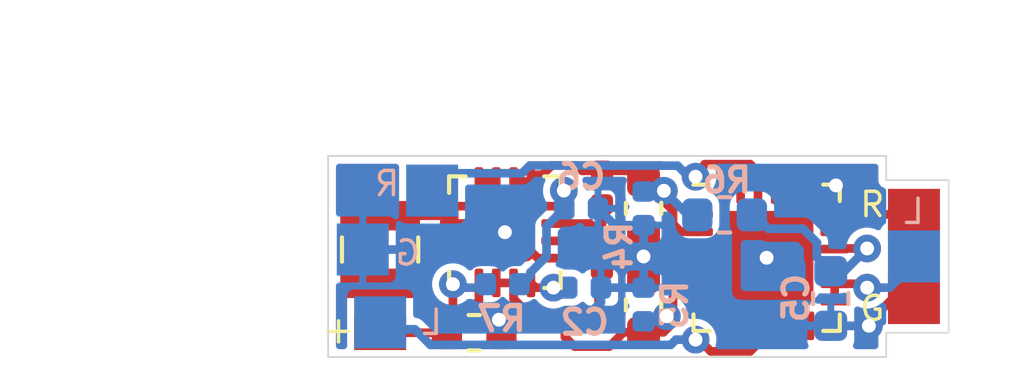
<source format=kicad_pcb>
(kicad_pcb (version 20171130) (host pcbnew "(5.1.4)-1")

  (general
    (thickness 1.6)
    (drawings 22)
    (tracks 178)
    (zones 0)
    (modules 23)
    (nets 26)
  )

  (page A4)
  (layers
    (0 F.Cu signal)
    (31 B.Cu signal)
    (32 B.Adhes user)
    (33 F.Adhes user)
    (34 B.Paste user)
    (35 F.Paste user)
    (36 B.SilkS user)
    (37 F.SilkS user)
    (38 B.Mask user)
    (39 F.Mask user)
    (40 Dwgs.User user)
    (41 Cmts.User user)
    (42 Eco1.User user)
    (43 Eco2.User user)
    (44 Edge.Cuts user)
    (45 Margin user)
    (46 B.CrtYd user)
    (47 F.CrtYd user)
    (48 B.Fab user)
    (49 F.Fab user)
  )

  (setup
    (last_trace_width 0.25)
    (trace_clearance 0.2)
    (zone_clearance 0.25)
    (zone_45_only no)
    (trace_min 0.2)
    (via_size 0.8)
    (via_drill 0.4)
    (via_min_size 0.4)
    (via_min_drill 0.3)
    (uvia_size 0.3)
    (uvia_drill 0.1)
    (uvias_allowed no)
    (uvia_min_size 0.2)
    (uvia_min_drill 0.1)
    (edge_width 0.05)
    (segment_width 0.2)
    (pcb_text_width 0.3)
    (pcb_text_size 1.5 1.5)
    (mod_edge_width 0.12)
    (mod_text_size 1 1)
    (mod_text_width 0.15)
    (pad_size 1.5 1)
    (pad_drill 0)
    (pad_to_mask_clearance 0.051)
    (solder_mask_min_width 0.25)
    (aux_axis_origin 0 0)
    (visible_elements 7FF9FF7F)
    (pcbplotparams
      (layerselection 0x010f0_ffffffff)
      (usegerberextensions false)
      (usegerberattributes false)
      (usegerberadvancedattributes false)
      (creategerberjobfile false)
      (excludeedgelayer true)
      (linewidth 0.100000)
      (plotframeref false)
      (viasonmask false)
      (mode 1)
      (useauxorigin false)
      (hpglpennumber 1)
      (hpglpenspeed 20)
      (hpglpendiameter 15.000000)
      (psnegative false)
      (psa4output false)
      (plotreference true)
      (plotvalue false)
      (plotinvisibletext false)
      (padsonsilk false)
      (subtractmaskfromsilk false)
      (outputformat 1)
      (mirror false)
      (drillshape 0)
      (scaleselection 1)
      (outputdirectory "gerber/"))
  )

  (net 0 "")
  (net 1 "Net-(C1-Pad1)")
  (net 2 GND)
  (net 3 "Net-(C2-Pad1)")
  (net 4 +5V)
  (net 5 -5V)
  (net 6 "Net-(C5-Pad1)")
  (net 7 "Net-(C6-Pad2)")
  (net 8 "Net-(J3-Pad1)")
  (net 9 "Net-(J4-Pad1)")
  (net 10 "Net-(J6-Pad1)")
  (net 11 "Net-(J7-Pad1)")
  (net 12 "Net-(L1-Pad1)")
  (net 13 "Net-(L1-Pad2)")
  (net 14 "Net-(R1-Pad2)")
  (net 15 "Net-(R2-Pad2)")
  (net 16 "Net-(U2-Pad1)")
  (net 17 "Net-(U2-Pad4)")
  (net 18 "Net-(U2-Pad6)")
  (net 19 "Net-(U2-Pad7)")
  (net 20 "Net-(U2-Pad8)")
  (net 21 "Net-(U2-Pad10)")
  (net 22 "Net-(U2-Pad15)")
  (net 23 "Net-(U2-Pad20)")
  (net 24 "Net-(U2-Pad23)")
  (net 25 "Net-(U2-Pad24)")

  (net_class Default "This is the default net class."
    (clearance 0.2)
    (trace_width 0.25)
    (via_dia 0.8)
    (via_drill 0.4)
    (uvia_dia 0.3)
    (uvia_drill 0.1)
    (add_net +5V)
    (add_net -5V)
    (add_net GND)
    (add_net "Net-(C1-Pad1)")
    (add_net "Net-(C2-Pad1)")
    (add_net "Net-(C5-Pad1)")
    (add_net "Net-(C6-Pad2)")
    (add_net "Net-(J3-Pad1)")
    (add_net "Net-(J4-Pad1)")
    (add_net "Net-(J6-Pad1)")
    (add_net "Net-(J7-Pad1)")
    (add_net "Net-(L1-Pad1)")
    (add_net "Net-(L1-Pad2)")
    (add_net "Net-(R1-Pad2)")
    (add_net "Net-(R2-Pad2)")
    (add_net "Net-(U2-Pad1)")
    (add_net "Net-(U2-Pad10)")
    (add_net "Net-(U2-Pad15)")
    (add_net "Net-(U2-Pad20)")
    (add_net "Net-(U2-Pad23)")
    (add_net "Net-(U2-Pad24)")
    (add_net "Net-(U2-Pad4)")
    (add_net "Net-(U2-Pad6)")
    (add_net "Net-(U2-Pad7)")
    (add_net "Net-(U2-Pad8)")
  )

  (module TestPoint:TestPoint_Pad_1.5x1.5mm (layer B.Cu) (tedit 60CF645E) (tstamp 60CF74BD)
    (at 134.4 111.5)
    (descr "SMD rectangular pad as test Point, square 1.5mm side length")
    (tags "test point SMD pad rectangle square")
    (path /5F8AB6E1)
    (attr virtual)
    (fp_text reference J4 (at -3.4 0) (layer B.SilkS) hide
      (effects (font (size 1 1) (thickness 0.15)) (justify mirror))
    )
    (fp_text value IN1+ (at 0 -1.75) (layer B.Fab)
      (effects (font (size 1 1) (thickness 0.15)) (justify mirror))
    )
    (fp_text user %R (at 0 2.2) (layer B.Fab) hide
      (effects (font (size 1 1) (thickness 0.15)) (justify mirror))
    )
    (fp_line (start -1.25 1.25) (end 1.25 1.25) (layer B.CrtYd) (width 0.05))
    (fp_line (start -1.25 1.25) (end -1.25 -1.25) (layer B.CrtYd) (width 0.05))
    (fp_line (start 1.25 -1.25) (end 1.25 1.25) (layer B.CrtYd) (width 0.05))
    (fp_line (start 1.25 -1.25) (end -1.25 -1.25) (layer B.CrtYd) (width 0.05))
    (pad 1 smd rect (at 0 0) (size 1.5 1.5) (layers B.Cu B.Mask)
      (net 9 "Net-(J4-Pad1)"))
  )

  (module TestPoint:TestPoint_Pad_1.5x1.5mm (layer B.Cu) (tedit 60CF643A) (tstamp 60CF2259)
    (at 133.9 109.4)
    (descr "SMD rectangular pad as test Point, square 1.5mm side length")
    (tags "test point SMD pad rectangle square")
    (path /5F89CD4D)
    (attr virtual)
    (fp_text reference J2 (at -2.9 0.1) (layer B.SilkS) hide
      (effects (font (size 1 1) (thickness 0.15)) (justify mirror))
    )
    (fp_text value GND (at 0 -1.75) (layer B.Fab)
      (effects (font (size 1 1) (thickness 0.15)) (justify mirror))
    )
    (fp_line (start 1.25 -1.25) (end -1.25 -1.25) (layer B.CrtYd) (width 0.05))
    (fp_line (start 1.25 -1.25) (end 1.25 1.25) (layer B.CrtYd) (width 0.05))
    (fp_line (start -1.25 1.25) (end -1.25 -1.25) (layer B.CrtYd) (width 0.05))
    (fp_line (start -1.25 1.25) (end 1.25 1.25) (layer B.CrtYd) (width 0.05))
    (fp_text user %R (at -2.7 0) (layer B.Fab) hide
      (effects (font (size 1 1) (thickness 0.15)) (justify mirror))
    )
    (pad 1 smd rect (at 0 0) (size 1.5 1.5) (layers B.Cu B.Mask)
      (net 2 GND))
  )

  (module TestPoint:TestPoint_Pad_1.5x1.5mm (layer B.Cu) (tedit 60CF61C7) (tstamp 60CF61C2)
    (at 149.8 109.6 90)
    (descr "SMD rectangular pad as test Point, square 1.5mm side length")
    (tags "test point SMD pad rectangle square")
    (path /5F8C0DA6)
    (attr virtual)
    (fp_text reference J7 (at 2.2 0.4 90) (layer B.SilkS) hide
      (effects (font (size 1 1) (thickness 0.15)) (justify mirror))
    )
    (fp_text value Out1 (at 0 -1.75 90) (layer B.Fab)
      (effects (font (size 1 1) (thickness 0.15)) (justify mirror))
    )
    (fp_line (start 1.25 -1.25) (end -1.25 -1.25) (layer B.CrtYd) (width 0.05))
    (fp_line (start 1.25 -1.25) (end 1.25 1.25) (layer B.CrtYd) (width 0.05))
    (fp_line (start -1.25 1.25) (end -1.25 -1.25) (layer B.CrtYd) (width 0.05))
    (fp_line (start -1.25 1.25) (end 1.25 1.25) (layer B.CrtYd) (width 0.05))
    (pad 1 smd rect (at 0 0 90) (size 1.5 1.5) (layers B.Cu B.Mask)
      (net 11 "Net-(J7-Pad1)"))
  )

  (module TestPoint:TestPoint_Pad_1.5x1.5mm (layer F.Cu) (tedit 60CF61AE) (tstamp 60CF2280)
    (at 149.8 108.4)
    (descr "SMD rectangular pad as test Point, square 1.5mm side length")
    (tags "test point SMD pad rectangle square")
    (path /5F8C04A1)
    (attr virtual)
    (fp_text reference J6 (at 2.2 0) (layer F.SilkS) hide
      (effects (font (size 1 1) (thickness 0.15)))
    )
    (fp_text value Out2 (at 0 1.75) (layer F.Fab)
      (effects (font (size 1 1) (thickness 0.15)))
    )
    (fp_text user %R (at 2.2 0.1) (layer F.Fab)
      (effects (font (size 1 1) (thickness 0.15)))
    )
    (fp_line (start -1.25 -1.25) (end 1.25 -1.25) (layer F.CrtYd) (width 0.05))
    (fp_line (start -1.25 -1.25) (end -1.25 1.25) (layer F.CrtYd) (width 0.05))
    (fp_line (start 1.25 1.25) (end 1.25 -1.25) (layer F.CrtYd) (width 0.05))
    (fp_line (start 1.25 1.25) (end -1.25 1.25) (layer F.CrtYd) (width 0.05))
    (pad 1 smd rect (at 0 0) (size 1.5 1.5) (layers F.Cu F.Mask)
      (net 10 "Net-(J6-Pad1)"))
  )

  (module TestPoint:TestPoint_Pad_1.5x1.5mm (layer F.Cu) (tedit 60CF61A1) (tstamp 60CF5D47)
    (at 149.8 110.8)
    (descr "SMD rectangular pad as test Point, square 1.5mm side length")
    (tags "test point SMD pad rectangle square")
    (path /5F8C15C7)
    (attr virtual)
    (fp_text reference J8 (at 2.2 0.2) (layer F.SilkS) hide
      (effects (font (size 1 1) (thickness 0.15)))
    )
    (fp_text value GND (at 0 1.75) (layer F.Fab)
      (effects (font (size 1 1) (thickness 0.15)))
    )
    (fp_text user %R (at 2.2 0.2) (layer F.Fab)
      (effects (font (size 1 1) (thickness 0.15)))
    )
    (fp_line (start -1.25 -1.25) (end 1.25 -1.25) (layer F.CrtYd) (width 0.05))
    (fp_line (start -1.25 -1.25) (end -1.25 1.25) (layer F.CrtYd) (width 0.05))
    (fp_line (start 1.25 1.25) (end 1.25 -1.25) (layer F.CrtYd) (width 0.05))
    (fp_line (start 1.25 1.25) (end -1.25 1.25) (layer F.CrtYd) (width 0.05))
    (pad 1 smd rect (at 0 0) (size 1.5 1.5) (layers F.Cu F.Mask)
      (net 2 GND))
  )

  (module TestPoint:TestPoint_Pad_1.5x1.5mm (layer F.Cu) (tedit 60CF5166) (tstamp 60CF224C)
    (at 134.4 111.8)
    (descr "SMD rectangular pad as test Point, square 1.5mm side length")
    (tags "test point SMD pad rectangle square")
    (path /5F89C4D0)
    (attr virtual)
    (fp_text reference J1 (at -2.4 0.2) (layer F.SilkS) hide
      (effects (font (size 1 1) (thickness 0.15)))
    )
    (fp_text value 5V_IN (at 0 1.75) (layer F.Fab)
      (effects (font (size 1 1) (thickness 0.15)))
    )
    (fp_text user %R (at 0 -1.65) (layer F.Fab)
      (effects (font (size 1 1) (thickness 0.15)))
    )
    (fp_line (start -1.25 -1.25) (end 1.25 -1.25) (layer F.CrtYd) (width 0.05))
    (fp_line (start -1.25 -1.25) (end -1.25 1.25) (layer F.CrtYd) (width 0.05))
    (fp_line (start 1.25 1.25) (end 1.25 -1.25) (layer F.CrtYd) (width 0.05))
    (fp_line (start 1.25 1.25) (end -1.25 1.25) (layer F.CrtYd) (width 0.05))
    (pad 1 smd rect (at 0 0) (size 1.5 1) (layers F.Cu F.Mask)
      (net 1 "Net-(C1-Pad1)"))
  )

  (module TestPoint:TestPoint_Pad_1.5x1.5mm (layer B.Cu) (tedit 60CF50E5) (tstamp 60CF2266)
    (at 135.9 107.6)
    (descr "SMD rectangular pad as test Point, square 1.5mm side length")
    (tags "test point SMD pad rectangle square")
    (path /5F8BE9D8)
    (attr virtual)
    (fp_text reference J3 (at 0 -2.1) (layer B.SilkS) hide
      (effects (font (size 1 1) (thickness 0.15)) (justify mirror))
    )
    (fp_text value IN2+ (at 0 -1.75) (layer B.Fab)
      (effects (font (size 1 1) (thickness 0.15)) (justify mirror))
    )
    (fp_line (start 1.25 -1.25) (end -1.25 -1.25) (layer B.CrtYd) (width 0.05))
    (fp_line (start 1.25 -1.25) (end 1.25 1.25) (layer B.CrtYd) (width 0.05))
    (fp_line (start -1.25 1.25) (end -1.25 -1.25) (layer B.CrtYd) (width 0.05))
    (fp_line (start -1.25 1.25) (end 1.25 1.25) (layer B.CrtYd) (width 0.05))
    (fp_text user %R (at 0.1 -2.3) (layer B.Fab) hide
      (effects (font (size 1 1) (thickness 0.15)) (justify mirror))
    )
    (pad 1 smd rect (at 0 0.1) (size 1.5 1.5) (layers B.Cu B.Mask)
      (net 8 "Net-(J3-Pad1)"))
  )

  (module Capacitor_SMD:C_0603_1608Metric (layer F.Cu) (tedit 5B301BBE) (tstamp 60CA8690)
    (at 137.1125 111.8)
    (descr "Capacitor SMD 0603 (1608 Metric), square (rectangular) end terminal, IPC_7351 nominal, (Body size source: http://www.tortai-tech.com/upload/download/2011102023233369053.pdf), generated with kicad-footprint-generator")
    (tags capacitor)
    (path /5F8918B1)
    (attr smd)
    (fp_text reference C1 (at 0 1.6) (layer F.SilkS) hide
      (effects (font (size 1 1) (thickness 0.15)))
    )
    (fp_text value 10u (at 0 1.43) (layer F.Fab)
      (effects (font (size 1 1) (thickness 0.15)))
    )
    (fp_line (start -0.8 0.4) (end -0.8 -0.4) (layer F.Fab) (width 0.1))
    (fp_line (start -0.8 -0.4) (end 0.8 -0.4) (layer F.Fab) (width 0.1))
    (fp_line (start 0.8 -0.4) (end 0.8 0.4) (layer F.Fab) (width 0.1))
    (fp_line (start 0.8 0.4) (end -0.8 0.4) (layer F.Fab) (width 0.1))
    (fp_line (start -0.162779 -0.51) (end 0.162779 -0.51) (layer F.SilkS) (width 0.12))
    (fp_line (start -0.162779 0.51) (end 0.162779 0.51) (layer F.SilkS) (width 0.12))
    (fp_line (start -1.48 0.73) (end -1.48 -0.73) (layer F.CrtYd) (width 0.05))
    (fp_line (start -1.48 -0.73) (end 1.48 -0.73) (layer F.CrtYd) (width 0.05))
    (fp_line (start 1.48 -0.73) (end 1.48 0.73) (layer F.CrtYd) (width 0.05))
    (fp_line (start 1.48 0.73) (end -1.48 0.73) (layer F.CrtYd) (width 0.05))
    (fp_text user %R (at 0 0) (layer F.Fab)
      (effects (font (size 0.4 0.4) (thickness 0.06)))
    )
    (pad 1 smd roundrect (at -0.7875 0) (size 0.875 0.95) (layers F.Cu F.Paste F.Mask) (roundrect_rratio 0.25)
      (net 1 "Net-(C1-Pad1)"))
    (pad 2 smd roundrect (at 0.7875 0) (size 0.875 0.95) (layers F.Cu F.Paste F.Mask) (roundrect_rratio 0.25)
      (net 2 GND))
    (model ${KISYS3DMOD}/Capacitor_SMD.3dshapes/C_0603_1608Metric.wrl
      (at (xyz 0 0 0))
      (scale (xyz 1 1 1))
      (rotate (xyz 0 0 0))
    )
  )

  (module Capacitor_SMD:C_0402_1005Metric (layer B.Cu) (tedit 5B301BBE) (tstamp 60CF6E5B)
    (at 140.285 110.5)
    (descr "Capacitor SMD 0402 (1005 Metric), square (rectangular) end terminal, IPC_7351 nominal, (Body size source: http://www.tortai-tech.com/upload/download/2011102023233369053.pdf), generated with kicad-footprint-generator")
    (tags capacitor)
    (path /5F890EA2)
    (attr smd)
    (fp_text reference C2 (at 0.015 1 180) (layer B.SilkS)
      (effects (font (size 0.7 0.7) (thickness 0.15)) (justify mirror))
    )
    (fp_text value 100n (at 0 -1.17 180) (layer B.Fab)
      (effects (font (size 1 1) (thickness 0.15)) (justify mirror))
    )
    (fp_line (start -0.5 -0.25) (end -0.5 0.25) (layer B.Fab) (width 0.1))
    (fp_line (start -0.5 0.25) (end 0.5 0.25) (layer B.Fab) (width 0.1))
    (fp_line (start 0.5 0.25) (end 0.5 -0.25) (layer B.Fab) (width 0.1))
    (fp_line (start 0.5 -0.25) (end -0.5 -0.25) (layer B.Fab) (width 0.1))
    (fp_line (start -0.93 -0.47) (end -0.93 0.47) (layer B.CrtYd) (width 0.05))
    (fp_line (start -0.93 0.47) (end 0.93 0.47) (layer B.CrtYd) (width 0.05))
    (fp_line (start 0.93 0.47) (end 0.93 -0.47) (layer B.CrtYd) (width 0.05))
    (fp_line (start 0.93 -0.47) (end -0.93 -0.47) (layer B.CrtYd) (width 0.05))
    (fp_text user %R (at 0 0 180) (layer B.Fab)
      (effects (font (size 0.25 0.25) (thickness 0.04)) (justify mirror))
    )
    (pad 1 smd roundrect (at -0.485 0) (size 0.59 0.64) (layers B.Cu B.Paste B.Mask) (roundrect_rratio 0.25)
      (net 3 "Net-(C2-Pad1)"))
    (pad 2 smd roundrect (at 0.485 0) (size 0.59 0.64) (layers B.Cu B.Paste B.Mask) (roundrect_rratio 0.25)
      (net 2 GND))
    (model ${KISYS3DMOD}/Capacitor_SMD.3dshapes/C_0402_1005Metric.wrl
      (at (xyz 0 0 0))
      (scale (xyz 1 1 1))
      (rotate (xyz 0 0 0))
    )
  )

  (module Capacitor_SMD:C_0603_1608Metric (layer F.Cu) (tedit 5B301BBE) (tstamp 60CF69A7)
    (at 142 108.2125 270)
    (descr "Capacitor SMD 0603 (1608 Metric), square (rectangular) end terminal, IPC_7351 nominal, (Body size source: http://www.tortai-tech.com/upload/download/2011102023233369053.pdf), generated with kicad-footprint-generator")
    (tags capacitor)
    (path /5F8923FB)
    (attr smd)
    (fp_text reference C3 (at -2.2125 0 90) (layer F.SilkS) hide
      (effects (font (size 1 1) (thickness 0.15)))
    )
    (fp_text value 4u7 (at 0 1.43 90) (layer F.Fab)
      (effects (font (size 1 1) (thickness 0.15)))
    )
    (fp_text user %R (at 0 0 90) (layer F.Fab)
      (effects (font (size 0.4 0.4) (thickness 0.06)))
    )
    (fp_line (start 1.48 0.73) (end -1.48 0.73) (layer F.CrtYd) (width 0.05))
    (fp_line (start 1.48 -0.73) (end 1.48 0.73) (layer F.CrtYd) (width 0.05))
    (fp_line (start -1.48 -0.73) (end 1.48 -0.73) (layer F.CrtYd) (width 0.05))
    (fp_line (start -1.48 0.73) (end -1.48 -0.73) (layer F.CrtYd) (width 0.05))
    (fp_line (start -0.162779 0.51) (end 0.162779 0.51) (layer F.SilkS) (width 0.12))
    (fp_line (start -0.162779 -0.51) (end 0.162779 -0.51) (layer F.SilkS) (width 0.12))
    (fp_line (start 0.8 0.4) (end -0.8 0.4) (layer F.Fab) (width 0.1))
    (fp_line (start 0.8 -0.4) (end 0.8 0.4) (layer F.Fab) (width 0.1))
    (fp_line (start -0.8 -0.4) (end 0.8 -0.4) (layer F.Fab) (width 0.1))
    (fp_line (start -0.8 0.4) (end -0.8 -0.4) (layer F.Fab) (width 0.1))
    (pad 2 smd roundrect (at 0.7875 0 270) (size 0.875 0.95) (layers F.Cu F.Paste F.Mask) (roundrect_rratio 0.25)
      (net 2 GND))
    (pad 1 smd roundrect (at -0.7875 0 270) (size 0.875 0.95) (layers F.Cu F.Paste F.Mask) (roundrect_rratio 0.25)
      (net 4 +5V))
    (model ${KISYS3DMOD}/Capacitor_SMD.3dshapes/C_0603_1608Metric.wrl
      (at (xyz 0 0 0))
      (scale (xyz 1 1 1))
      (rotate (xyz 0 0 0))
    )
  )

  (module Capacitor_SMD:C_0603_1608Metric (layer F.Cu) (tedit 5B301BBE) (tstamp 60CF68E5)
    (at 142 111 270)
    (descr "Capacitor SMD 0603 (1608 Metric), square (rectangular) end terminal, IPC_7351 nominal, (Body size source: http://www.tortai-tech.com/upload/download/2011102023233369053.pdf), generated with kicad-footprint-generator")
    (tags capacitor)
    (path /5F892A55)
    (attr smd)
    (fp_text reference C4 (at 2 0 90) (layer F.SilkS) hide
      (effects (font (size 1 1) (thickness 0.15)))
    )
    (fp_text value 4u7 (at 0 1.43 90) (layer F.Fab)
      (effects (font (size 1 1) (thickness 0.15)))
    )
    (fp_line (start -0.8 0.4) (end -0.8 -0.4) (layer F.Fab) (width 0.1))
    (fp_line (start -0.8 -0.4) (end 0.8 -0.4) (layer F.Fab) (width 0.1))
    (fp_line (start 0.8 -0.4) (end 0.8 0.4) (layer F.Fab) (width 0.1))
    (fp_line (start 0.8 0.4) (end -0.8 0.4) (layer F.Fab) (width 0.1))
    (fp_line (start -0.162779 -0.51) (end 0.162779 -0.51) (layer F.SilkS) (width 0.12))
    (fp_line (start -0.162779 0.51) (end 0.162779 0.51) (layer F.SilkS) (width 0.12))
    (fp_line (start -1.48 0.73) (end -1.48 -0.73) (layer F.CrtYd) (width 0.05))
    (fp_line (start -1.48 -0.73) (end 1.48 -0.73) (layer F.CrtYd) (width 0.05))
    (fp_line (start 1.48 -0.73) (end 1.48 0.73) (layer F.CrtYd) (width 0.05))
    (fp_line (start 1.48 0.73) (end -1.48 0.73) (layer F.CrtYd) (width 0.05))
    (fp_text user %R (at 0 0 90) (layer F.Fab)
      (effects (font (size 0.4 0.4) (thickness 0.06)))
    )
    (pad 1 smd roundrect (at -0.7875 0 270) (size 0.875 0.95) (layers F.Cu F.Paste F.Mask) (roundrect_rratio 0.25)
      (net 2 GND))
    (pad 2 smd roundrect (at 0.7875 0 270) (size 0.875 0.95) (layers F.Cu F.Paste F.Mask) (roundrect_rratio 0.25)
      (net 5 -5V))
    (model ${KISYS3DMOD}/Capacitor_SMD.3dshapes/C_0603_1608Metric.wrl
      (at (xyz 0 0 0))
      (scale (xyz 1 1 1))
      (rotate (xyz 0 0 0))
    )
  )

  (module Capacitor_SMD:C_0603_1608Metric (layer B.Cu) (tedit 5B301BBE) (tstamp 60CA86D2)
    (at 147.4 110.8125 270)
    (descr "Capacitor SMD 0603 (1608 Metric), square (rectangular) end terminal, IPC_7351 nominal, (Body size source: http://www.tortai-tech.com/upload/download/2011102023233369053.pdf), generated with kicad-footprint-generator")
    (tags capacitor)
    (path /60CA4438)
    (attr smd)
    (fp_text reference C5 (at -0.0125 1 270) (layer B.SilkS)
      (effects (font (size 0.7 0.7) (thickness 0.15)) (justify mirror))
    )
    (fp_text value C (at 0 -1.43 270) (layer B.Fab)
      (effects (font (size 1 1) (thickness 0.15)) (justify mirror))
    )
    (fp_text user %R (at -0.0125 0 270) (layer B.Fab)
      (effects (font (size 0.4 0.4) (thickness 0.06)) (justify mirror))
    )
    (fp_line (start 1.48 -0.73) (end -1.48 -0.73) (layer B.CrtYd) (width 0.05))
    (fp_line (start 1.48 0.73) (end 1.48 -0.73) (layer B.CrtYd) (width 0.05))
    (fp_line (start -1.48 0.73) (end 1.48 0.73) (layer B.CrtYd) (width 0.05))
    (fp_line (start -1.48 -0.73) (end -1.48 0.73) (layer B.CrtYd) (width 0.05))
    (fp_line (start -0.162779 -0.51) (end 0.162779 -0.51) (layer B.SilkS) (width 0.12))
    (fp_line (start -0.162779 0.51) (end 0.162779 0.51) (layer B.SilkS) (width 0.12))
    (fp_line (start 0.8 -0.4) (end -0.8 -0.4) (layer B.Fab) (width 0.1))
    (fp_line (start 0.8 0.4) (end 0.8 -0.4) (layer B.Fab) (width 0.1))
    (fp_line (start -0.8 0.4) (end 0.8 0.4) (layer B.Fab) (width 0.1))
    (fp_line (start -0.8 -0.4) (end -0.8 0.4) (layer B.Fab) (width 0.1))
    (pad 2 smd roundrect (at 0.7875 0 270) (size 0.875 0.95) (layers B.Cu B.Paste B.Mask) (roundrect_rratio 0.25)
      (net 2 GND))
    (pad 1 smd roundrect (at -0.7875 0 270) (size 0.875 0.95) (layers B.Cu B.Paste B.Mask) (roundrect_rratio 0.25)
      (net 6 "Net-(C5-Pad1)"))
    (model ${KISYS3DMOD}/Capacitor_SMD.3dshapes/C_0603_1608Metric.wrl
      (at (xyz 0 0 0))
      (scale (xyz 1 1 1))
      (rotate (xyz 0 0 0))
    )
  )

  (module Capacitor_SMD:C_0402_1005Metric (layer B.Cu) (tedit 5B301BBE) (tstamp 60CA86E1)
    (at 140.2 108.215 180)
    (descr "Capacitor SMD 0402 (1005 Metric), square (rectangular) end terminal, IPC_7351 nominal, (Body size source: http://www.tortai-tech.com/upload/download/2011102023233369053.pdf), generated with kicad-footprint-generator")
    (tags capacitor)
    (path /60CB699A)
    (attr smd)
    (fp_text reference C6 (at 0 0.915 180) (layer B.SilkS)
      (effects (font (size 0.7 0.7) (thickness 0.15)) (justify mirror))
    )
    (fp_text value C (at 0 -1.17 180) (layer B.Fab)
      (effects (font (size 1 1) (thickness 0.15)) (justify mirror))
    )
    (fp_text user %R (at 0 0 180) (layer B.Fab)
      (effects (font (size 0.25 0.25) (thickness 0.04)) (justify mirror))
    )
    (fp_line (start 0.93 -0.47) (end -0.93 -0.47) (layer B.CrtYd) (width 0.05))
    (fp_line (start 0.93 0.47) (end 0.93 -0.47) (layer B.CrtYd) (width 0.05))
    (fp_line (start -0.93 0.47) (end 0.93 0.47) (layer B.CrtYd) (width 0.05))
    (fp_line (start -0.93 -0.47) (end -0.93 0.47) (layer B.CrtYd) (width 0.05))
    (fp_line (start 0.5 -0.25) (end -0.5 -0.25) (layer B.Fab) (width 0.1))
    (fp_line (start 0.5 0.25) (end 0.5 -0.25) (layer B.Fab) (width 0.1))
    (fp_line (start -0.5 0.25) (end 0.5 0.25) (layer B.Fab) (width 0.1))
    (fp_line (start -0.5 -0.25) (end -0.5 0.25) (layer B.Fab) (width 0.1))
    (pad 2 smd roundrect (at 0.485 0 180) (size 0.59 0.64) (layers B.Cu B.Paste B.Mask) (roundrect_rratio 0.25)
      (net 7 "Net-(C6-Pad2)"))
    (pad 1 smd roundrect (at -0.485 0 180) (size 0.59 0.64) (layers B.Cu B.Paste B.Mask) (roundrect_rratio 0.25)
      (net 2 GND))
    (model ${KISYS3DMOD}/Capacitor_SMD.3dshapes/C_0402_1005Metric.wrl
      (at (xyz 0 0 0))
      (scale (xyz 1 1 1))
      (rotate (xyz 0 0 0))
    )
  )

  (module Inductor_SMD:L_Wuerth_MAPI-2512 (layer F.Cu) (tedit 5990349D) (tstamp 60CF6BBC)
    (at 134.4 109.4 90)
    (descr "Inductor, Wuerth Elektronik, Wuerth_MAPI-2512, 2.5mmx2.0mm")
    (tags "inductor Wuerth smd")
    (path /5F88FCF1)
    (attr smd)
    (fp_text reference L1 (at 0 -2.9 90) (layer F.SilkS) hide
      (effects (font (size 1 1) (thickness 0.15)))
    )
    (fp_text value 2u2 (at 0 2.65 90) (layer F.Fab)
      (effects (font (size 1 1) (thickness 0.15)))
    )
    (fp_text user %R (at 0 0 90) (layer F.Fab)
      (effects (font (size 0.6 0.6) (thickness 0.09)))
    )
    (fp_line (start -1.25 -1) (end -1.25 1) (layer F.Fab) (width 0.1))
    (fp_line (start -1.25 1) (end 1.25 1) (layer F.Fab) (width 0.1))
    (fp_line (start 1.25 1) (end 1.25 -1) (layer F.Fab) (width 0.1))
    (fp_line (start 1.25 -1) (end -1.25 -1) (layer F.Fab) (width 0.1))
    (fp_line (start -1.75 -1.5) (end -1.75 1.5) (layer F.CrtYd) (width 0.05))
    (fp_line (start -1.75 1.5) (end 1.75 1.5) (layer F.CrtYd) (width 0.05))
    (fp_line (start 1.75 1.5) (end 1.75 -1.5) (layer F.CrtYd) (width 0.05))
    (fp_line (start 1.75 -1.5) (end -1.75 -1.5) (layer F.CrtYd) (width 0.05))
    (fp_line (start -0.35 -1.1) (end 0.35 -1.1) (layer F.SilkS) (width 0.12))
    (fp_line (start -0.35 1.1) (end 0.35 1.1) (layer F.SilkS) (width 0.12))
    (pad 1 smd rect (at -0.975 0 90) (size 0.85 2.3) (layers F.Cu F.Paste F.Mask)
      (net 12 "Net-(L1-Pad1)"))
    (pad 2 smd rect (at 0.975 0 90) (size 0.85 2.3) (layers F.Cu F.Paste F.Mask)
      (net 13 "Net-(L1-Pad2)"))
    (model ${KISYS3DMOD}/Inductor_SMD.3dshapes/L_Wuerth_MAPI-2512.wrl
      (at (xyz 0 0 0))
      (scale (xyz 1 1 1))
      (rotate (xyz 0 0 0))
    )
  )

  (module Resistor_SMD:R_0402_1005Metric (layer F.Cu) (tedit 5B301BBD) (tstamp 60CA8771)
    (at 140.8 107.615 270)
    (descr "Resistor SMD 0402 (1005 Metric), square (rectangular) end terminal, IPC_7351 nominal, (Body size source: http://www.tortai-tech.com/upload/download/2011102023233369053.pdf), generated with kicad-footprint-generator")
    (tags resistor)
    (path /5F89617C)
    (attr smd)
    (fp_text reference R1 (at -4.115 0.3 90) (layer F.SilkS) hide
      (effects (font (size 1 1) (thickness 0.15)))
    )
    (fp_text value 360k (at 0 1.17 90) (layer F.Fab)
      (effects (font (size 1 1) (thickness 0.15)))
    )
    (fp_line (start -0.5 0.25) (end -0.5 -0.25) (layer F.Fab) (width 0.1))
    (fp_line (start -0.5 -0.25) (end 0.5 -0.25) (layer F.Fab) (width 0.1))
    (fp_line (start 0.5 -0.25) (end 0.5 0.25) (layer F.Fab) (width 0.1))
    (fp_line (start 0.5 0.25) (end -0.5 0.25) (layer F.Fab) (width 0.1))
    (fp_line (start -0.93 0.47) (end -0.93 -0.47) (layer F.CrtYd) (width 0.05))
    (fp_line (start -0.93 -0.47) (end 0.93 -0.47) (layer F.CrtYd) (width 0.05))
    (fp_line (start 0.93 -0.47) (end 0.93 0.47) (layer F.CrtYd) (width 0.05))
    (fp_line (start 0.93 0.47) (end -0.93 0.47) (layer F.CrtYd) (width 0.05))
    (fp_text user %R (at 0 0 90) (layer F.Fab)
      (effects (font (size 0.25 0.25) (thickness 0.04)))
    )
    (pad 1 smd roundrect (at -0.485 0 270) (size 0.59 0.64) (layers F.Cu F.Paste F.Mask) (roundrect_rratio 0.25)
      (net 4 +5V))
    (pad 2 smd roundrect (at 0.485 0 270) (size 0.59 0.64) (layers F.Cu F.Paste F.Mask) (roundrect_rratio 0.25)
      (net 14 "Net-(R1-Pad2)"))
    (model ${KISYS3DMOD}/Resistor_SMD.3dshapes/R_0402_1005Metric.wrl
      (at (xyz 0 0 0))
      (scale (xyz 1 1 1))
      (rotate (xyz 0 0 0))
    )
  )

  (module Resistor_SMD:R_0402_1005Metric (layer F.Cu) (tedit 5B301BBD) (tstamp 60CF6F92)
    (at 140.8 109.485 270)
    (descr "Resistor SMD 0402 (1005 Metric), square (rectangular) end terminal, IPC_7351 nominal, (Body size source: http://www.tortai-tech.com/upload/download/2011102023233369053.pdf), generated with kicad-footprint-generator")
    (tags resistor)
    (path /5F8967BA)
    (attr smd)
    (fp_text reference R2 (at 0 -1.17 90) (layer F.SilkS) hide
      (effects (font (size 1 1) (thickness 0.15)))
    )
    (fp_text value 120k (at 0 1.17 90) (layer F.Fab)
      (effects (font (size 1 1) (thickness 0.15)))
    )
    (fp_text user %R (at 0 0 90) (layer F.Fab)
      (effects (font (size 0.25 0.25) (thickness 0.04)))
    )
    (fp_line (start 0.93 0.47) (end -0.93 0.47) (layer F.CrtYd) (width 0.05))
    (fp_line (start 0.93 -0.47) (end 0.93 0.47) (layer F.CrtYd) (width 0.05))
    (fp_line (start -0.93 -0.47) (end 0.93 -0.47) (layer F.CrtYd) (width 0.05))
    (fp_line (start -0.93 0.47) (end -0.93 -0.47) (layer F.CrtYd) (width 0.05))
    (fp_line (start 0.5 0.25) (end -0.5 0.25) (layer F.Fab) (width 0.1))
    (fp_line (start 0.5 -0.25) (end 0.5 0.25) (layer F.Fab) (width 0.1))
    (fp_line (start -0.5 -0.25) (end 0.5 -0.25) (layer F.Fab) (width 0.1))
    (fp_line (start -0.5 0.25) (end -0.5 -0.25) (layer F.Fab) (width 0.1))
    (pad 2 smd roundrect (at 0.485 0 270) (size 0.59 0.64) (layers F.Cu F.Paste F.Mask) (roundrect_rratio 0.25)
      (net 15 "Net-(R2-Pad2)"))
    (pad 1 smd roundrect (at -0.485 0 270) (size 0.59 0.64) (layers F.Cu F.Paste F.Mask) (roundrect_rratio 0.25)
      (net 14 "Net-(R1-Pad2)"))
    (model ${KISYS3DMOD}/Resistor_SMD.3dshapes/R_0402_1005Metric.wrl
      (at (xyz 0 0 0))
      (scale (xyz 1 1 1))
      (rotate (xyz 0 0 0))
    )
  )

  (module Resistor_SMD:R_0402_1005Metric (layer F.Cu) (tedit 5B301BBD) (tstamp 60CA878F)
    (at 140.215 111.5 180)
    (descr "Resistor SMD 0402 (1005 Metric), square (rectangular) end terminal, IPC_7351 nominal, (Body size source: http://www.tortai-tech.com/upload/download/2011102023233369053.pdf), generated with kicad-footprint-generator")
    (tags resistor)
    (path /5F896A3C)
    (attr smd)
    (fp_text reference R3 (at 0.015 -1.85) (layer F.SilkS) hide
      (effects (font (size 1 1) (thickness 0.15)))
    )
    (fp_text value 470k (at 0 1.17) (layer F.Fab)
      (effects (font (size 1 1) (thickness 0.15)))
    )
    (fp_line (start -0.5 0.25) (end -0.5 -0.25) (layer F.Fab) (width 0.1))
    (fp_line (start -0.5 -0.25) (end 0.5 -0.25) (layer F.Fab) (width 0.1))
    (fp_line (start 0.5 -0.25) (end 0.5 0.25) (layer F.Fab) (width 0.1))
    (fp_line (start 0.5 0.25) (end -0.5 0.25) (layer F.Fab) (width 0.1))
    (fp_line (start -0.93 0.47) (end -0.93 -0.47) (layer F.CrtYd) (width 0.05))
    (fp_line (start -0.93 -0.47) (end 0.93 -0.47) (layer F.CrtYd) (width 0.05))
    (fp_line (start 0.93 -0.47) (end 0.93 0.47) (layer F.CrtYd) (width 0.05))
    (fp_line (start 0.93 0.47) (end -0.93 0.47) (layer F.CrtYd) (width 0.05))
    (fp_text user %R (at 0 0) (layer F.Fab)
      (effects (font (size 0.25 0.25) (thickness 0.04)))
    )
    (pad 1 smd roundrect (at -0.485 0 180) (size 0.59 0.64) (layers F.Cu F.Paste F.Mask) (roundrect_rratio 0.25)
      (net 15 "Net-(R2-Pad2)"))
    (pad 2 smd roundrect (at 0.485 0 180) (size 0.59 0.64) (layers F.Cu F.Paste F.Mask) (roundrect_rratio 0.25)
      (net 5 -5V))
    (model ${KISYS3DMOD}/Resistor_SMD.3dshapes/R_0402_1005Metric.wrl
      (at (xyz 0 0 0))
      (scale (xyz 1 1 1))
      (rotate (xyz 0 0 0))
    )
  )

  (module Resistor_SMD:R_0402_1005Metric (layer B.Cu) (tedit 5B301BBD) (tstamp 60CA879E)
    (at 142 108.2125 270)
    (descr "Resistor SMD 0402 (1005 Metric), square (rectangular) end terminal, IPC_7351 nominal, (Body size source: http://www.tortai-tech.com/upload/download/2011102023233369053.pdf), generated with kicad-footprint-generator")
    (tags resistor)
    (path /60CAAAD1)
    (attr smd)
    (fp_text reference R4 (at 1.0875 0.7 90) (layer B.SilkS)
      (effects (font (size 0.7 0.7) (thickness 0.15)) (justify mirror))
    )
    (fp_text value 22k (at 0 -1.17 270) (layer B.Fab)
      (effects (font (size 1 1) (thickness 0.15)) (justify mirror))
    )
    (fp_line (start -0.5 -0.25) (end -0.5 0.25) (layer B.Fab) (width 0.1))
    (fp_line (start -0.5 0.25) (end 0.5 0.25) (layer B.Fab) (width 0.1))
    (fp_line (start 0.5 0.25) (end 0.5 -0.25) (layer B.Fab) (width 0.1))
    (fp_line (start 0.5 -0.25) (end -0.5 -0.25) (layer B.Fab) (width 0.1))
    (fp_line (start -0.93 -0.47) (end -0.93 0.47) (layer B.CrtYd) (width 0.05))
    (fp_line (start -0.93 0.47) (end 0.93 0.47) (layer B.CrtYd) (width 0.05))
    (fp_line (start 0.93 0.47) (end 0.93 -0.47) (layer B.CrtYd) (width 0.05))
    (fp_line (start 0.93 -0.47) (end -0.93 -0.47) (layer B.CrtYd) (width 0.05))
    (fp_text user %R (at 0 0 270) (layer B.Fab)
      (effects (font (size 0.25 0.25) (thickness 0.04)) (justify mirror))
    )
    (pad 1 smd roundrect (at -0.485 0 270) (size 0.59 0.64) (layers B.Cu B.Paste B.Mask) (roundrect_rratio 0.25)
      (net 4 +5V))
    (pad 2 smd roundrect (at 0.485 0 270) (size 0.59 0.64) (layers B.Cu B.Paste B.Mask) (roundrect_rratio 0.25)
      (net 2 GND))
    (model ${KISYS3DMOD}/Resistor_SMD.3dshapes/R_0402_1005Metric.wrl
      (at (xyz 0 0 0))
      (scale (xyz 1 1 1))
      (rotate (xyz 0 0 0))
    )
  )

  (module Resistor_SMD:R_0402_1005Metric (layer B.Cu) (tedit 5B301BBD) (tstamp 60CF5196)
    (at 142 110.985 270)
    (descr "Resistor SMD 0402 (1005 Metric), square (rectangular) end terminal, IPC_7351 nominal, (Body size source: http://www.tortai-tech.com/upload/download/2011102023233369053.pdf), generated with kicad-footprint-generator")
    (tags resistor)
    (path /60CAE091)
    (attr smd)
    (fp_text reference R5 (at 0.015 -0.9 270) (layer B.SilkS)
      (effects (font (size 0.7 0.7) (thickness 0.15)) (justify mirror))
    )
    (fp_text value 22k (at 0 -1.17 270) (layer B.Fab)
      (effects (font (size 1 1) (thickness 0.15)) (justify mirror))
    )
    (fp_text user %R (at 0 0 270) (layer B.Fab)
      (effects (font (size 0.25 0.25) (thickness 0.04)) (justify mirror))
    )
    (fp_line (start 0.93 -0.47) (end -0.93 -0.47) (layer B.CrtYd) (width 0.05))
    (fp_line (start 0.93 0.47) (end 0.93 -0.47) (layer B.CrtYd) (width 0.05))
    (fp_line (start -0.93 0.47) (end 0.93 0.47) (layer B.CrtYd) (width 0.05))
    (fp_line (start -0.93 -0.47) (end -0.93 0.47) (layer B.CrtYd) (width 0.05))
    (fp_line (start 0.5 -0.25) (end -0.5 -0.25) (layer B.Fab) (width 0.1))
    (fp_line (start 0.5 0.25) (end 0.5 -0.25) (layer B.Fab) (width 0.1))
    (fp_line (start -0.5 0.25) (end 0.5 0.25) (layer B.Fab) (width 0.1))
    (fp_line (start -0.5 -0.25) (end -0.5 0.25) (layer B.Fab) (width 0.1))
    (pad 2 smd roundrect (at 0.485 0 270) (size 0.59 0.64) (layers B.Cu B.Paste B.Mask) (roundrect_rratio 0.25)
      (net 5 -5V))
    (pad 1 smd roundrect (at -0.485 0 270) (size 0.59 0.64) (layers B.Cu B.Paste B.Mask) (roundrect_rratio 0.25)
      (net 2 GND))
    (model ${KISYS3DMOD}/Resistor_SMD.3dshapes/R_0402_1005Metric.wrl
      (at (xyz 0 0 0))
      (scale (xyz 1 1 1))
      (rotate (xyz 0 0 0))
    )
  )

  (module Resistor_SMD:R_0402_1005Metric (layer B.Cu) (tedit 5B301BBD) (tstamp 60CA87CB)
    (at 137.935 110.4 180)
    (descr "Resistor SMD 0402 (1005 Metric), square (rectangular) end terminal, IPC_7351 nominal, (Body size source: http://www.tortai-tech.com/upload/download/2011102023233369053.pdf), generated with kicad-footprint-generator")
    (tags resistor)
    (path /60CB7844)
    (attr smd)
    (fp_text reference R7 (at 0.035 -1 180) (layer B.SilkS)
      (effects (font (size 0.7 0.7) (thickness 0.15)) (justify mirror))
    )
    (fp_text value R (at 0 -1.17 180) (layer B.Fab)
      (effects (font (size 1 1) (thickness 0.15)) (justify mirror))
    )
    (fp_line (start -0.5 -0.25) (end -0.5 0.25) (layer B.Fab) (width 0.1))
    (fp_line (start -0.5 0.25) (end 0.5 0.25) (layer B.Fab) (width 0.1))
    (fp_line (start 0.5 0.25) (end 0.5 -0.25) (layer B.Fab) (width 0.1))
    (fp_line (start 0.5 -0.25) (end -0.5 -0.25) (layer B.Fab) (width 0.1))
    (fp_line (start -0.93 -0.47) (end -0.93 0.47) (layer B.CrtYd) (width 0.05))
    (fp_line (start -0.93 0.47) (end 0.93 0.47) (layer B.CrtYd) (width 0.05))
    (fp_line (start 0.93 0.47) (end 0.93 -0.47) (layer B.CrtYd) (width 0.05))
    (fp_line (start 0.93 -0.47) (end -0.93 -0.47) (layer B.CrtYd) (width 0.05))
    (fp_text user %R (at 0 0 180) (layer B.Fab)
      (effects (font (size 0.25 0.25) (thickness 0.04)) (justify mirror))
    )
    (pad 1 smd roundrect (at -0.485 0 180) (size 0.59 0.64) (layers B.Cu B.Paste B.Mask) (roundrect_rratio 0.25)
      (net 7 "Net-(C6-Pad2)"))
    (pad 2 smd roundrect (at 0.485 0 180) (size 0.59 0.64) (layers B.Cu B.Paste B.Mask) (roundrect_rratio 0.25)
      (net 1 "Net-(C1-Pad1)"))
    (model ${KISYS3DMOD}/Resistor_SMD.3dshapes/R_0402_1005Metric.wrl
      (at (xyz 0 0 0))
      (scale (xyz 1 1 1))
      (rotate (xyz 0 0 0))
    )
  )

  (module Package_DFN_QFN:QFN-16-1EP_3x3mm_P0.5mm_EP1.7x1.7mm (layer F.Cu) (tedit 60CF4AD7) (tstamp 60CF7562)
    (at 138 108.9 90)
    (descr "QFN, 16 Pin (https://www.st.com/content/ccc/resource/technical/document/datasheet/4a/50/94/16/69/af/4b/58/DM00047334.pdf/files/DM00047334.pdf/jcr:content/translations/en.DM00047334.pdf), generated with kicad-footprint-generator ipc_dfn_qfn_generator.py")
    (tags "QFN DFN_QFN")
    (path /5F88EB9B)
    (attr smd)
    (fp_text reference U1 (at 2.9 0 180) (layer F.SilkS) hide
      (effects (font (size 1 1) (thickness 0.15)))
    )
    (fp_text value TPS65135 (at 0 2.82 90) (layer F.Fab)
      (effects (font (size 1 1) (thickness 0.15)))
    )
    (fp_line (start 1.135 -1.61) (end 1.61 -1.61) (layer F.SilkS) (width 0.12))
    (fp_line (start 1.61 -1.61) (end 1.61 -1.135) (layer F.SilkS) (width 0.12))
    (fp_line (start -1.135 1.61) (end -1.61 1.61) (layer F.SilkS) (width 0.12))
    (fp_line (start -1.61 1.61) (end -1.61 1.135) (layer F.SilkS) (width 0.12))
    (fp_line (start 1.135 1.61) (end 1.61 1.61) (layer F.SilkS) (width 0.12))
    (fp_line (start 1.61 1.61) (end 1.61 1.135) (layer F.SilkS) (width 0.12))
    (fp_line (start -1.135 -1.61) (end -1.61 -1.61) (layer F.SilkS) (width 0.12))
    (fp_line (start -0.75 -1.5) (end 1.5 -1.5) (layer F.Fab) (width 0.1))
    (fp_line (start 1.5 -1.5) (end 1.5 1.5) (layer F.Fab) (width 0.1))
    (fp_line (start 1.5 1.5) (end -1.5 1.5) (layer F.Fab) (width 0.1))
    (fp_line (start -1.5 1.5) (end -1.5 -0.75) (layer F.Fab) (width 0.1))
    (fp_line (start -1.5 -0.75) (end -0.75 -1.5) (layer F.Fab) (width 0.1))
    (fp_line (start -2.12 -2.12) (end -2.12 2.12) (layer F.CrtYd) (width 0.05))
    (fp_line (start -2.12 2.12) (end 2.12 2.12) (layer F.CrtYd) (width 0.05))
    (fp_line (start 2.12 2.12) (end 2.12 -2.12) (layer F.CrtYd) (width 0.05))
    (fp_line (start 2.12 -2.12) (end -2.12 -2.12) (layer F.CrtYd) (width 0.05))
    (fp_text user %R (at 0 0.164999 90) (layer F.Fab)
      (effects (font (size 0.75 0.75) (thickness 0.11)))
    )
    (pad 17 smd roundrect (at 0 0 90) (size 1.7 1.7) (layers F.Cu F.Mask) (roundrect_rratio 0.147))
    (pad "" smd roundrect (at -0.425 -0.425 90) (size 0.69 0.69) (layers F.Paste) (roundrect_rratio 0.25))
    (pad "" smd roundrect (at -0.425 0.425 90) (size 0.69 0.69) (layers F.Paste) (roundrect_rratio 0.25))
    (pad "" smd roundrect (at 0.425 -0.425 90) (size 0.69 0.69) (layers F.Paste) (roundrect_rratio 0.25))
    (pad "" smd roundrect (at 0.425 0.425 90) (size 0.69 0.69) (layers F.Paste) (roundrect_rratio 0.25))
    (pad 1 smd roundrect (at -1.4625 -0.75 90) (size 0.825 0.25) (layers F.Cu F.Paste F.Mask) (roundrect_rratio 0.25)
      (net 1 "Net-(C1-Pad1)"))
    (pad 2 smd roundrect (at -1.4625 -0.25 90) (size 0.825 0.25) (layers F.Cu F.Paste F.Mask) (roundrect_rratio 0.25)
      (net 5 -5V))
    (pad 3 smd roundrect (at -1.4625 0.25 90) (size 0.825 0.25) (layers F.Cu F.Paste F.Mask) (roundrect_rratio 0.25)
      (net 5 -5V))
    (pad 4 smd roundrect (at -1.4625 0.75 90) (size 0.825 0.25) (layers F.Cu F.Paste F.Mask) (roundrect_rratio 0.25)
      (net 3 "Net-(C2-Pad1)"))
    (pad 5 smd roundrect (at -0.75 1.4625 90) (size 0.25 0.825) (layers F.Cu F.Paste F.Mask) (roundrect_rratio 0.25)
      (net 2 GND))
    (pad 6 smd roundrect (at -0.25 1.4625 90) (size 0.25 0.825) (layers F.Cu F.Paste F.Mask) (roundrect_rratio 0.25)
      (net 15 "Net-(R2-Pad2)"))
    (pad 7 smd roundrect (at 0.25 1.4625 90) (size 0.25 0.825) (layers F.Cu F.Paste F.Mask) (roundrect_rratio 0.25)
      (net 14 "Net-(R1-Pad2)"))
    (pad 8 smd roundrect (at 0.75 1.4625 90) (size 0.25 0.825) (layers F.Cu F.Paste F.Mask) (roundrect_rratio 0.25)
      (net 7 "Net-(C6-Pad2)"))
    (pad 9 smd roundrect (at 1.4625 0.75 90) (size 0.825 0.25) (layers F.Cu F.Paste F.Mask) (roundrect_rratio 0.25)
      (net 4 +5V))
    (pad 10 smd roundrect (at 1.4625 0.25 90) (size 0.825 0.25) (layers F.Cu F.Paste F.Mask) (roundrect_rratio 0.25)
      (net 4 +5V))
    (pad 11 smd roundrect (at 1.4625 -0.25 90) (size 0.825 0.25) (layers F.Cu F.Paste F.Mask) (roundrect_rratio 0.25)
      (net 2 GND))
    (pad 12 smd roundrect (at 1.4625 -0.75 90) (size 0.825 0.25) (layers F.Cu F.Paste F.Mask) (roundrect_rratio 0.25)
      (net 2 GND))
    (pad 13 smd roundrect (at 0.75 -1.4625 90) (size 0.25 0.825) (layers F.Cu F.Paste F.Mask) (roundrect_rratio 0.25)
      (net 13 "Net-(L1-Pad2)"))
    (pad 14 smd roundrect (at 0.25 -1.4625 90) (size 0.25 0.825) (layers F.Cu F.Paste F.Mask) (roundrect_rratio 0.25)
      (net 13 "Net-(L1-Pad2)"))
    (pad 15 smd roundrect (at -0.25 -1.4625 90) (size 0.25 0.825) (layers F.Cu F.Paste F.Mask) (roundrect_rratio 0.25)
      (net 12 "Net-(L1-Pad1)"))
    (pad 16 smd roundrect (at -0.75 -1.4625 90) (size 0.25 0.825) (layers F.Cu F.Paste F.Mask) (roundrect_rratio 0.25)
      (net 12 "Net-(L1-Pad1)"))
    (model ${KISYS3DMOD}/Package_DFN_QFN.3dshapes/QFN-16-1EP_3x3mm_P0.5mm_EP1.7x1.7mm.wrl
      (at (xyz 0 0 0))
      (scale (xyz 1 1 1))
      (rotate (xyz 0 0 0))
    )
  )

  (module Package_DFN_QFN:QFN-24-1EP_4x4mm_P0.5mm_EP2.7x2.7mm (layer F.Cu) (tedit 60CF4ACA) (tstamp 60CA997F)
    (at 145.55 109.6375)
    (descr "QFN, 24 Pin (http://www.alfarzpp.lv/eng/sc/AS3330.pdf), generated with kicad-footprint-generator ipc_dfn_qfn_generator.py")
    (tags "QFN DFN_QFN")
    (path /5F88C310)
    (attr smd)
    (fp_text reference U2 (at -0.15 -3.6375) (layer F.SilkS) hide
      (effects (font (size 1 1) (thickness 0.15)))
    )
    (fp_text value INA1620 (at 0 3.32) (layer F.Fab)
      (effects (font (size 1 1) (thickness 0.15)))
    )
    (fp_line (start 1.635 -2.11) (end 2.11 -2.11) (layer F.SilkS) (width 0.12))
    (fp_line (start 2.11 -2.11) (end 2.11 -1.635) (layer F.SilkS) (width 0.12))
    (fp_line (start -1.635 2.11) (end -2.11 2.11) (layer F.SilkS) (width 0.12))
    (fp_line (start -2.11 2.11) (end -2.11 1.635) (layer F.SilkS) (width 0.12))
    (fp_line (start 1.635 2.11) (end 2.11 2.11) (layer F.SilkS) (width 0.12))
    (fp_line (start 2.11 2.11) (end 2.11 1.635) (layer F.SilkS) (width 0.12))
    (fp_line (start -1.635 -2.11) (end -2.11 -2.11) (layer F.SilkS) (width 0.12))
    (fp_line (start -1 -2) (end 2 -2) (layer F.Fab) (width 0.1))
    (fp_line (start 2 -2) (end 2 2) (layer F.Fab) (width 0.1))
    (fp_line (start 2 2) (end -2 2) (layer F.Fab) (width 0.1))
    (fp_line (start -2 2) (end -2 -1) (layer F.Fab) (width 0.1))
    (fp_line (start -2 -1) (end -1 -2) (layer F.Fab) (width 0.1))
    (fp_line (start -2.62 -2.62) (end -2.62 2.62) (layer F.CrtYd) (width 0.05))
    (fp_line (start -2.62 2.62) (end 2.62 2.62) (layer F.CrtYd) (width 0.05))
    (fp_line (start 2.62 2.62) (end 2.62 -2.62) (layer F.CrtYd) (width 0.05))
    (fp_line (start 2.62 -2.62) (end -2.62 -2.62) (layer F.CrtYd) (width 0.05))
    (fp_text user %R (at 0 0) (layer F.Fab)
      (effects (font (size 1 1) (thickness 0.15)))
    )
    (pad 5 smd roundrect (at 0 0) (size 2.7 2.7) (layers F.Cu F.Mask) (roundrect_rratio 0.09300000000000001)
      (net 5 -5V))
    (pad "" smd roundrect (at -0.675 -0.675) (size 1.09 1.09) (layers F.Paste) (roundrect_rratio 0.229358))
    (pad "" smd roundrect (at -0.675 0.675) (size 1.09 1.09) (layers F.Paste) (roundrect_rratio 0.229358))
    (pad "" smd roundrect (at 0.675 -0.675) (size 1.09 1.09) (layers F.Paste) (roundrect_rratio 0.229358))
    (pad "" smd roundrect (at 0.675 0.675) (size 1.09 1.09) (layers F.Paste) (roundrect_rratio 0.229358))
    (pad 1 smd roundrect (at -1.9625 -1.25) (size 0.825 0.25) (layers F.Cu F.Paste F.Mask) (roundrect_rratio 0.25)
      (net 16 "Net-(U2-Pad1)"))
    (pad 2 smd roundrect (at -1.9625 -0.75) (size 0.825 0.25) (layers F.Cu F.Paste F.Mask) (roundrect_rratio 0.25)
      (net 4 +5V))
    (pad 3 smd roundrect (at -1.9625 -0.25) (size 0.825 0.25) (layers F.Cu F.Paste F.Mask) (roundrect_rratio 0.25)
      (net 2 GND))
    (pad 4 smd roundrect (at -1.9625 0.25) (size 0.825 0.25) (layers F.Cu F.Paste F.Mask) (roundrect_rratio 0.25)
      (net 17 "Net-(U2-Pad4)"))
    (pad 5 smd roundrect (at -1.9625 0.75) (size 0.825 0.25) (layers F.Cu F.Paste F.Mask) (roundrect_rratio 0.25)
      (net 5 -5V))
    (pad 6 smd roundrect (at -1.9625 1.25) (size 0.825 0.25) (layers F.Cu F.Paste F.Mask) (roundrect_rratio 0.25)
      (net 18 "Net-(U2-Pad6)"))
    (pad 7 smd roundrect (at -1.25 1.9625) (size 0.25 0.825) (layers F.Cu F.Paste F.Mask) (roundrect_rratio 0.25)
      (net 19 "Net-(U2-Pad7)"))
    (pad 8 smd roundrect (at -0.75 1.9625) (size 0.25 0.825) (layers F.Cu F.Paste F.Mask) (roundrect_rratio 0.25)
      (net 20 "Net-(U2-Pad8)"))
    (pad 9 smd roundrect (at -0.25 1.9625) (size 0.25 0.825) (layers F.Cu F.Paste F.Mask) (roundrect_rratio 0.25)
      (net 9 "Net-(J4-Pad1)"))
    (pad 10 smd roundrect (at 0.25 1.9625) (size 0.25 0.825) (layers F.Cu F.Paste F.Mask) (roundrect_rratio 0.25)
      (net 21 "Net-(U2-Pad10)"))
    (pad 11 smd roundrect (at 0.75 1.9625) (size 0.25 0.825) (layers F.Cu F.Paste F.Mask) (roundrect_rratio 0.25)
      (net 21 "Net-(U2-Pad10)"))
    (pad 12 smd roundrect (at 1.25 1.9625) (size 0.25 0.825) (layers F.Cu F.Paste F.Mask) (roundrect_rratio 0.25)
      (net 2 GND))
    (pad 13 smd roundrect (at 1.9625 1.25) (size 0.825 0.25) (layers F.Cu F.Paste F.Mask) (roundrect_rratio 0.25)
      (net 11 "Net-(J7-Pad1)"))
    (pad 14 smd roundrect (at 1.9625 0.75) (size 0.825 0.25) (layers F.Cu F.Paste F.Mask) (roundrect_rratio 0.25)
      (net 11 "Net-(J7-Pad1)"))
    (pad 15 smd roundrect (at 1.9625 0.25) (size 0.825 0.25) (layers F.Cu F.Paste F.Mask) (roundrect_rratio 0.25)
      (net 22 "Net-(U2-Pad15)"))
    (pad 16 smd roundrect (at 1.9625 -0.25) (size 0.825 0.25) (layers F.Cu F.Paste F.Mask) (roundrect_rratio 0.25)
      (net 6 "Net-(C5-Pad1)"))
    (pad 17 smd roundrect (at 1.9625 -0.75) (size 0.825 0.25) (layers F.Cu F.Paste F.Mask) (roundrect_rratio 0.25)
      (net 10 "Net-(J6-Pad1)"))
    (pad 18 smd roundrect (at 1.9625 -1.25) (size 0.825 0.25) (layers F.Cu F.Paste F.Mask) (roundrect_rratio 0.25)
      (net 10 "Net-(J6-Pad1)"))
    (pad 19 smd roundrect (at 1.25 -1.9625) (size 0.25 0.825) (layers F.Cu F.Paste F.Mask) (roundrect_rratio 0.25)
      (net 2 GND))
    (pad 20 smd roundrect (at 0.75 -1.9625) (size 0.25 0.825) (layers F.Cu F.Paste F.Mask) (roundrect_rratio 0.25)
      (net 23 "Net-(U2-Pad20)"))
    (pad 21 smd roundrect (at 0.25 -1.9625) (size 0.25 0.825) (layers F.Cu F.Paste F.Mask) (roundrect_rratio 0.25)
      (net 23 "Net-(U2-Pad20)"))
    (pad 22 smd roundrect (at -0.25 -1.9625) (size 0.25 0.825) (layers F.Cu F.Paste F.Mask) (roundrect_rratio 0.25)
      (net 8 "Net-(J3-Pad1)"))
    (pad 23 smd roundrect (at -0.75 -1.9625) (size 0.25 0.825) (layers F.Cu F.Paste F.Mask) (roundrect_rratio 0.25)
      (net 24 "Net-(U2-Pad23)"))
    (pad 24 smd roundrect (at -1.25 -1.9625) (size 0.25 0.825) (layers F.Cu F.Paste F.Mask) (roundrect_rratio 0.25)
      (net 25 "Net-(U2-Pad24)"))
    (model ${KISYS3DMOD}/Package_DFN_QFN.3dshapes/QFN-24-1EP_4x4mm_P0.5mm_EP2.7x2.7mm.wrl
      (at (xyz 0 0 0))
      (scale (xyz 1 1 1))
      (rotate (xyz 0 0 0))
    )
  )

  (module Resistor_SMD:R_0603_1608Metric (layer B.Cu) (tedit 5B301BBD) (tstamp 60CF7CE1)
    (at 144.3375 108.4)
    (descr "Resistor SMD 0603 (1608 Metric), square (rectangular) end terminal, IPC_7351 nominal, (Body size source: http://www.tortai-tech.com/upload/download/2011102023233369053.pdf), generated with kicad-footprint-generator")
    (tags resistor)
    (path /60CA5031)
    (attr smd)
    (fp_text reference R6 (at 0.0625 -1) (layer B.SilkS)
      (effects (font (size 0.7 0.7) (thickness 0.15)) (justify mirror))
    )
    (fp_text value R (at 0 -1.43) (layer B.Fab)
      (effects (font (size 1 1) (thickness 0.15)) (justify mirror))
    )
    (fp_line (start -0.8 -0.4) (end -0.8 0.4) (layer B.Fab) (width 0.1))
    (fp_line (start -0.8 0.4) (end 0.8 0.4) (layer B.Fab) (width 0.1))
    (fp_line (start 0.8 0.4) (end 0.8 -0.4) (layer B.Fab) (width 0.1))
    (fp_line (start 0.8 -0.4) (end -0.8 -0.4) (layer B.Fab) (width 0.1))
    (fp_line (start -0.162779 0.51) (end 0.162779 0.51) (layer B.SilkS) (width 0.12))
    (fp_line (start -0.162779 -0.51) (end 0.162779 -0.51) (layer B.SilkS) (width 0.12))
    (fp_line (start -1.48 -0.73) (end -1.48 0.73) (layer B.CrtYd) (width 0.05))
    (fp_line (start -1.48 0.73) (end 1.48 0.73) (layer B.CrtYd) (width 0.05))
    (fp_line (start 1.48 0.73) (end 1.48 -0.73) (layer B.CrtYd) (width 0.05))
    (fp_line (start 1.48 -0.73) (end -1.48 -0.73) (layer B.CrtYd) (width 0.05))
    (fp_text user %R (at 0 0) (layer B.Fab)
      (effects (font (size 0.4 0.4) (thickness 0.06)) (justify mirror))
    )
    (pad 1 smd roundrect (at -0.7875 0) (size 0.875 0.95) (layers B.Cu B.Paste B.Mask) (roundrect_rratio 0.25)
      (net 4 +5V))
    (pad 2 smd roundrect (at 0.7875 0) (size 0.875 0.95) (layers B.Cu B.Paste B.Mask) (roundrect_rratio 0.25)
      (net 6 "Net-(C5-Pad1)"))
    (model ${KISYS3DMOD}/Resistor_SMD.3dshapes/R_0603_1608Metric.wrl
      (at (xyz 0 0 0))
      (scale (xyz 1 1 1))
      (rotate (xyz 0 0 0))
    )
  )

  (dimension 5.8 (width 0.15) (layer Cmts.User)
    (gr_text "5,800 mm" (at 127.1 109.6 270) (layer Cmts.User)
      (effects (font (size 1 1) (thickness 0.15)))
    )
    (feature1 (pts (xy 132.6 112.5) (xy 127.813579 112.5)))
    (feature2 (pts (xy 132.6 106.7) (xy 127.813579 106.7)))
    (crossbar (pts (xy 128.4 106.7) (xy 128.4 112.5)))
    (arrow1a (pts (xy 128.4 112.5) (xy 127.813579 111.373496)))
    (arrow1b (pts (xy 128.4 112.5) (xy 128.986421 111.373496)))
    (arrow2a (pts (xy 128.4 106.7) (xy 127.813579 107.826504)))
    (arrow2b (pts (xy 128.4 106.7) (xy 128.986421 107.826504)))
  )
  (dimension 17.9 (width 0.15) (layer Cmts.User)
    (gr_text "17,900 mm" (at 141.85 102.9) (layer Cmts.User)
      (effects (font (size 1 1) (thickness 0.15)))
    )
    (feature1 (pts (xy 150.8 106.3) (xy 150.8 103.613579)))
    (feature2 (pts (xy 132.9 106.3) (xy 132.9 103.613579)))
    (crossbar (pts (xy 132.9 104.2) (xy 150.8 104.2)))
    (arrow1a (pts (xy 150.8 104.2) (xy 149.673496 104.786421)))
    (arrow1b (pts (xy 150.8 104.2) (xy 149.673496 103.613579)))
    (arrow2a (pts (xy 132.9 104.2) (xy 134.026504 104.786421)))
    (arrow2b (pts (xy 132.9 104.2) (xy 134.026504 103.613579)))
  )
  (gr_line (start 149 111.8) (end 149 112.5) (layer Edge.Cuts) (width 0.05))
  (gr_line (start 150.8 111.8) (end 149 111.8) (layer Edge.Cuts) (width 0.05))
  (gr_line (start 149 107.4) (end 149 106.7) (layer Edge.Cuts) (width 0.05))
  (gr_line (start 150.8 107.4) (end 149 107.4) (layer Edge.Cuts) (width 0.05))
  (gr_line (start 150.8 111.8) (end 150.8 107.4) (layer Edge.Cuts) (width 0.05))
  (gr_poly (pts (xy 137.5 108.45) (xy 138.5 108.45) (xy 138.5 109.4) (xy 137.5 109.4)) (layer B.Mask) (width 0.1))
  (gr_poly (pts (xy 145 109.25) (xy 146.3 109.25) (xy 146.3 110.2) (xy 145 110.2)) (layer B.Mask) (width 0.1))
  (gr_text G (at 135.2 109.5) (layer B.SilkS)
    (effects (font (size 0.7 0.7) (thickness 0.1)) (justify mirror))
  )
  (gr_text + (at 133.2 111.7) (layer F.SilkS)
    (effects (font (size 0.8 0.8) (thickness 0.1)))
  )
  (gr_text L (at 135.9 111.5) (layer B.SilkS) (tstamp 60CF748A)
    (effects (font (size 0.7 0.7) (thickness 0.1)) (justify mirror))
  )
  (gr_text R (at 134.6 107.5) (layer B.SilkS) (tstamp 60CF746B)
    (effects (font (size 0.7 0.7) (thickness 0.1)) (justify mirror))
  )
  (gr_text R (at 148.6 108.1) (layer F.SilkS)
    (effects (font (size 0.7 0.7) (thickness 0.1)))
  )
  (gr_text L (at 149.8 108.3) (layer B.SilkS)
    (effects (font (size 0.7 0.7) (thickness 0.1)) (justify mirror))
  )
  (gr_text G (at 148.6 111.1) (layer F.SilkS)
    (effects (font (size 0.7 0.7) (thickness 0.1)))
  )
  (gr_line (start 149 106.7) (end 138.5 106.7) (layer Edge.Cuts) (width 0.05) (tstamp 60CF5B7C))
  (gr_line (start 140.8 112.5) (end 149 112.5) (layer Edge.Cuts) (width 0.05) (tstamp 60CF5B7B))
  (gr_line (start 132.9 112.5) (end 132.9 112) (layer Edge.Cuts) (width 0.05) (tstamp 60CF638D))
  (gr_line (start 140.8 112.5) (end 132.9 112.5) (layer Edge.Cuts) (width 0.05))
  (gr_line (start 132.9 106.7) (end 132.9 112) (layer Edge.Cuts) (width 0.05))
  (gr_line (start 138.5 106.7) (end 132.9 106.7) (layer Edge.Cuts) (width 0.05))

  (segment (start 137.25 110.875) (end 137.25 110.3625) (width 0.25) (layer F.Cu) (net 1))
  (segment (start 136.325 111.8) (end 137.25 110.875) (width 0.25) (layer F.Cu) (net 1))
  (segment (start 133.9 111.8) (end 136.325 111.8) (width 0.25) (layer F.Cu) (net 1))
  (segment (start 136.5 111.625) (end 136.325 111.8) (width 0.25) (layer F.Cu) (net 1))
  (segment (start 136.5 110.4) (end 136.5 111.625) (width 0.25) (layer F.Cu) (net 1))
  (via (at 136.5 110.4) (size 0.8) (drill 0.4) (layers F.Cu B.Cu) (net 1))
  (segment (start 136.8 110.5) (end 137.5 110.5) (width 0.25) (layer B.Cu) (net 1))
  (segment (start 136.5 110.4) (end 136.8 110.5) (width 0.25) (layer B.Cu) (net 1))
  (segment (start 142.3875 109.3875) (end 143.5875 109.3875) (width 0.25) (layer F.Cu) (net 2))
  (segment (start 142 109) (end 142.3875 109.3875) (width 0.25) (layer F.Cu) (net 2))
  (segment (start 138.2 108.9) (end 138 108.9) (width 0.25) (layer F.Cu) (net 2))
  (segment (start 138.95 109.65) (end 138.2 108.9) (width 0.25) (layer F.Cu) (net 2))
  (segment (start 139.4625 109.65) (end 138.95 109.65) (width 0.25) (layer F.Cu) (net 2))
  (segment (start 137.75 108.65) (end 138 108.9) (width 0.25) (layer F.Cu) (net 2))
  (segment (start 137.75 107.4375) (end 137.75 108.65) (width 0.25) (layer F.Cu) (net 2))
  (segment (start 137.25 107.4375) (end 137.25 107.95) (width 0.25) (layer F.Cu) (net 2))
  (via (at 142 109.6) (size 0.8) (drill 0.4) (layers F.Cu B.Cu) (net 2))
  (segment (start 142 109.7) (end 142 109.6) (width 0.25) (layer F.Cu) (net 2))
  (segment (start 142 109.7) (end 142 109) (width 0.25) (layer F.Cu) (net 2))
  (segment (start 142 110.2125) (end 142 109.7) (width 0.25) (layer F.Cu) (net 2))
  (via (at 138 108.9) (size 0.8) (drill 0.4) (layers F.Cu B.Cu) (net 2))
  (segment (start 137.5 109.4) (end 138 108.9) (width 0.25) (layer B.Cu) (net 2))
  (segment (start 137.25 107.4375) (end 137.75 107.4375) (width 0.25) (layer F.Cu) (net 2))
  (via (at 148.5 111.6) (size 0.8) (drill 0.4) (layers F.Cu B.Cu) (net 2))
  (segment (start 147.4 111.6) (end 148.5 111.6) (width 0.25) (layer B.Cu) (net 2))
  (segment (start 146.8 111.6) (end 148.5 111.6) (width 0.25) (layer F.Cu) (net 2))
  (segment (start 140.77 110.5) (end 142 110.5) (width 0.25) (layer B.Cu) (net 2))
  (segment (start 142 110.5) (end 142 109.6) (width 0.25) (layer B.Cu) (net 2))
  (segment (start 142 109.6) (end 142 108.6975) (width 0.25) (layer B.Cu) (net 2))
  (segment (start 141.1675 108.6975) (end 142 108.6975) (width 0.25) (layer B.Cu) (net 2))
  (segment (start 140.685 108.215) (end 141.1675 108.6975) (width 0.25) (layer B.Cu) (net 2))
  (segment (start 135.65 110.623002) (end 136.626998 111.6) (width 0.25) (layer B.Cu) (net 2))
  (segment (start 135.65 109.4) (end 135.65 110.623002) (width 0.25) (layer B.Cu) (net 2))
  (segment (start 135.65 109.4) (end 137.5 109.4) (width 0.25) (layer B.Cu) (net 2))
  (segment (start 133.9 109.4) (end 135.65 109.4) (width 0.25) (layer B.Cu) (net 2))
  (via (at 137.826663 111.42499) (size 0.8) (drill 0.4) (layers F.Cu B.Cu) (net 2))
  (segment (start 137.9 111.8) (end 137.9 111.498327) (width 0.25) (layer F.Cu) (net 2))
  (segment (start 137.9 111.498327) (end 137.826663 111.42499) (width 0.25) (layer F.Cu) (net 2))
  (segment (start 136.802008 111.42499) (end 137.826663 111.42499) (width 0.25) (layer B.Cu) (net 2))
  (segment (start 136.626998 111.6) (end 136.802008 111.42499) (width 0.25) (layer B.Cu) (net 2))
  (segment (start 140.77 110.92) (end 140.77 110.5) (width 0.25) (layer B.Cu) (net 2))
  (segment (start 140.26501 111.42499) (end 140.77 110.92) (width 0.25) (layer B.Cu) (net 2))
  (segment (start 137.826663 111.42499) (end 140.26501 111.42499) (width 0.25) (layer B.Cu) (net 2))
  (segment (start 142.399999 109.999999) (end 142.649999 109.999999) (width 0.25) (layer B.Cu) (net 2))
  (segment (start 142 109.6) (end 142.399999 109.999999) (width 0.25) (layer B.Cu) (net 2))
  (segment (start 144.25 111.6) (end 147.4 111.6) (width 0.25) (layer B.Cu) (net 2))
  (segment (start 142.649999 109.999999) (end 144.25 111.6) (width 0.25) (layer B.Cu) (net 2))
  (via (at 147.55 107.55) (size 0.8) (drill 0.4) (layers F.Cu B.Cu) (net 2))
  (segment (start 146.8 107.675) (end 147.425 107.675) (width 0.25) (layer F.Cu) (net 2))
  (segment (start 147.425 107.675) (end 147.55 107.55) (width 0.25) (layer F.Cu) (net 2))
  (segment (start 142.565685 109.6) (end 142 109.6) (width 0.25) (layer B.Cu) (net 2))
  (segment (start 143.593994 109.6) (end 142.565685 109.6) (width 0.25) (layer B.Cu) (net 2))
  (segment (start 144.31251 108.881484) (end 143.593994 109.6) (width 0.25) (layer B.Cu) (net 2))
  (segment (start 144.31251 107.968496) (end 144.31251 108.881484) (width 0.25) (layer B.Cu) (net 2))
  (segment (start 144.731006 107.55) (end 144.31251 107.968496) (width 0.25) (layer B.Cu) (net 2))
  (segment (start 147.55 107.55) (end 144.731006 107.55) (width 0.25) (layer B.Cu) (net 2))
  (segment (start 148.5 111.6) (end 148.5 111.5) (width 0.25) (layer F.Cu) (net 2))
  (segment (start 149.2 110.8) (end 149.8 110.8) (width 0.25) (layer F.Cu) (net 2))
  (segment (start 148.5 111.5) (end 149.2 110.8) (width 0.25) (layer F.Cu) (net 2))
  (via (at 139.4 110.5) (size 0.8) (drill 0.4) (layers F.Cu B.Cu) (net 3))
  (segment (start 139.8 110.5) (end 139.4 110.5) (width 0.25) (layer B.Cu) (net 3))
  (segment (start 138.8875 110.5) (end 138.75 110.3625) (width 0.25) (layer F.Cu) (net 3))
  (segment (start 139.4 110.5) (end 138.8875 110.5) (width 0.25) (layer F.Cu) (net 3))
  (segment (start 143.075 108.8875) (end 143.5875 108.8875) (width 0.25) (layer F.Cu) (net 4))
  (segment (start 142.84999 108.66249) (end 143.075 108.8875) (width 0.25) (layer F.Cu) (net 4))
  (segment (start 142 107.425) (end 142.84999 108.27499) (width 0.25) (layer F.Cu) (net 4))
  (segment (start 142.84999 108.27499) (end 142.84999 108.66249) (width 0.25) (layer F.Cu) (net 4))
  (segment (start 141.705 107.13) (end 142 107.425) (width 0.25) (layer F.Cu) (net 4))
  (segment (start 140.8 107.13) (end 141.705 107.13) (width 0.25) (layer F.Cu) (net 4))
  (segment (start 138.25 107.4375) (end 138.75 107.4375) (width 0.25) (layer F.Cu) (net 4))
  (segment (start 140.23 107.13) (end 140.8 107.13) (width 0.25) (layer F.Cu) (net 4))
  (segment (start 140.074999 106.974999) (end 140.23 107.13) (width 0.25) (layer F.Cu) (net 4))
  (segment (start 139.351999 106.974999) (end 140.074999 106.974999) (width 0.25) (layer F.Cu) (net 4))
  (segment (start 139.085208 107.24179) (end 139.351999 106.974999) (width 0.25) (layer F.Cu) (net 4))
  (segment (start 138.75 107.4375) (end 138.94571 107.24179) (width 0.25) (layer F.Cu) (net 4))
  (segment (start 138.94571 107.24179) (end 139.085208 107.24179) (width 0.25) (layer F.Cu) (net 4))
  (via (at 142.586186 107.706139) (size 0.8) (drill 0.4) (layers F.Cu B.Cu) (net 4))
  (segment (start 142.281139 107.706139) (end 142 107.425) (width 0.25) (layer F.Cu) (net 4))
  (segment (start 142.586186 107.706139) (end 142.281139 107.706139) (width 0.25) (layer F.Cu) (net 4))
  (segment (start 142.564825 107.7275) (end 142 107.7275) (width 0.25) (layer B.Cu) (net 4))
  (segment (start 142.586186 107.706139) (end 142.564825 107.7275) (width 0.25) (layer B.Cu) (net 4))
  (segment (start 143.280047 108.4) (end 142.586186 107.706139) (width 0.25) (layer B.Cu) (net 4))
  (segment (start 143.55 108.4) (end 143.280047 108.4) (width 0.25) (layer B.Cu) (net 4))
  (segment (start 144.8 110.3875) (end 145.55 109.6375) (width 0.25) (layer F.Cu) (net 5))
  (segment (start 143.5875 110.3875) (end 144.8 110.3875) (width 0.25) (layer F.Cu) (net 5))
  (segment (start 143.075 110.3875) (end 143.5875 110.3875) (width 0.25) (layer F.Cu) (net 5))
  (segment (start 142.84999 110.61251) (end 143.075 110.3875) (width 0.25) (layer F.Cu) (net 5))
  (segment (start 142.84999 111.51251) (end 142.84999 110.61251) (width 0.25) (layer F.Cu) (net 5))
  (segment (start 142.575 111.7875) (end 142.84999 111.51251) (width 0.25) (layer F.Cu) (net 5))
  (segment (start 142 111.7875) (end 142.575 111.7875) (width 0.25) (layer F.Cu) (net 5))
  (segment (start 139.73 111.92) (end 140.01 112.2) (width 0.25) (layer F.Cu) (net 5))
  (segment (start 139.73 111.5) (end 139.73 111.92) (width 0.25) (layer F.Cu) (net 5))
  (segment (start 140.01 112.2) (end 141.0125 112.2) (width 0.25) (layer F.Cu) (net 5))
  (segment (start 141.425 111.7875) (end 142 111.7875) (width 0.25) (layer F.Cu) (net 5))
  (segment (start 141.0125 112.2) (end 141.425 111.7875) (width 0.25) (layer F.Cu) (net 5))
  (segment (start 137.75 110.3625) (end 138.25 110.3625) (width 0.25) (layer F.Cu) (net 5))
  (segment (start 139.335 111.5) (end 139.73 111.5) (width 0.25) (layer F.Cu) (net 5))
  (segment (start 138.926978 111.5) (end 139.335 111.5) (width 0.25) (layer F.Cu) (net 5))
  (segment (start 138.25 110.823022) (end 138.926978 111.5) (width 0.25) (layer F.Cu) (net 5))
  (segment (start 138.25 110.3625) (end 138.25 110.823022) (width 0.25) (layer F.Cu) (net 5))
  (via (at 142.670582 111.32467) (size 0.8) (drill 0.4) (layers F.Cu B.Cu) (net 5))
  (segment (start 142 111.47) (end 142.525252 111.47) (width 0.25) (layer B.Cu) (net 5))
  (segment (start 142.525252 111.47) (end 142.670582 111.32467) (width 0.25) (layer B.Cu) (net 5))
  (segment (start 142.46283 111.32467) (end 142 111.7875) (width 0.25) (layer F.Cu) (net 5))
  (segment (start 142.670582 111.32467) (end 142.46283 111.32467) (width 0.25) (layer F.Cu) (net 5))
  (via (at 145.55 109.6375) (size 0.8) (drill 0.4) (layers F.Cu B.Cu) (net 5))
  (via (at 148.449998 109.369623) (size 0.8) (drill 0.4) (layers F.Cu B.Cu) (net 6))
  (segment (start 148.449998 109.369623) (end 147.530377 109.369623) (width 0.25) (layer F.Cu) (net 6))
  (segment (start 147 109.625) (end 147.4 110.025) (width 0.25) (layer B.Cu) (net 6))
  (segment (start 147 109.2) (end 147 109.625) (width 0.25) (layer B.Cu) (net 6))
  (segment (start 146.6 108.8) (end 147 109.2) (width 0.25) (layer B.Cu) (net 6))
  (segment (start 145.6 108.8) (end 146.6 108.8) (width 0.25) (layer B.Cu) (net 6))
  (segment (start 145.125 108.4) (end 145.2 108.4) (width 0.25) (layer B.Cu) (net 6))
  (segment (start 145.2 108.4) (end 145.6 108.8) (width 0.25) (layer B.Cu) (net 6))
  (segment (start 147.794621 110.025) (end 148.449998 109.369623) (width 0.25) (layer B.Cu) (net 6))
  (segment (start 147.4 110.025) (end 147.794621 110.025) (width 0.25) (layer B.Cu) (net 6))
  (segment (start 138.734168 110.165832) (end 138.734168 110.065832) (width 0.25) (layer B.Cu) (net 7))
  (segment (start 138.4 110.5) (end 138.734168 110.165832) (width 0.25) (layer B.Cu) (net 7))
  (segment (start 138.734168 110.065832) (end 139.2 109.6) (width 0.25) (layer B.Cu) (net 7))
  (segment (start 139.2 108.73) (end 139.715 108.215) (width 0.25) (layer B.Cu) (net 7))
  (segment (start 139.2 109.6) (end 139.2 108.73) (width 0.25) (layer B.Cu) (net 7))
  (via (at 139.7 107.7) (size 0.8) (drill 0.4) (layers F.Cu B.Cu) (net 7))
  (segment (start 139.715 108.215) (end 139.715 107.715) (width 0.25) (layer B.Cu) (net 7))
  (segment (start 139.715 107.715) (end 139.7 107.7) (width 0.25) (layer B.Cu) (net 7))
  (segment (start 139.7 107.9125) (end 139.4625 108.15) (width 0.25) (layer F.Cu) (net 7))
  (segment (start 139.7 107.7) (end 139.7 107.9125) (width 0.25) (layer F.Cu) (net 7))
  (segment (start 143.5 107.3) (end 143.76251 106.93749) (width 0.25) (layer F.Cu) (net 8))
  (segment (start 143.76251 106.93749) (end 145.07499 106.93749) (width 0.25) (layer F.Cu) (net 8))
  (segment (start 145.07499 106.93749) (end 145.3 107.1625) (width 0.25) (layer F.Cu) (net 8))
  (segment (start 145.3 107.1625) (end 145.3 107.675) (width 0.25) (layer F.Cu) (net 8))
  (via (at 143.5 107.3) (size 0.8) (drill 0.4) (layers F.Cu B.Cu) (net 8))
  (segment (start 143.3 107.3) (end 143.5 107.3) (width 0.25) (layer B.Cu) (net 8))
  (segment (start 138.494988 107.2) (end 138.719989 106.974999) (width 0.25) (layer B.Cu) (net 8))
  (segment (start 136.1 107.2) (end 138.494988 107.2) (width 0.25) (layer B.Cu) (net 8))
  (segment (start 138.719989 106.974999) (end 142.474999 106.974999) (width 0.25) (layer B.Cu) (net 8))
  (segment (start 142.474999 106.974999) (end 142.481138 106.981138) (width 0.25) (layer B.Cu) (net 8))
  (segment (start 142.481138 106.981138) (end 142.981138 106.981138) (width 0.25) (layer B.Cu) (net 8))
  (segment (start 142.981138 106.981138) (end 143.3 107.3) (width 0.25) (layer B.Cu) (net 8))
  (segment (start 145.07499 112.33751) (end 143.93751 112.33751) (width 0.25) (layer F.Cu) (net 9))
  (segment (start 143.93751 112.33751) (end 143.6 112) (width 0.25) (layer F.Cu) (net 9))
  (segment (start 143.6 112) (end 143.5 112) (width 0.25) (layer F.Cu) (net 9))
  (segment (start 145.3 112.1125) (end 145.07499 112.33751) (width 0.25) (layer F.Cu) (net 9))
  (segment (start 145.3 111.6) (end 145.3 112.1125) (width 0.25) (layer F.Cu) (net 9))
  (via (at 143.5 112) (size 0.8) (drill 0.4) (layers F.Cu B.Cu) (net 9))
  (segment (start 142.784325 112.14999) (end 136.74999 112.14999) (width 0.25) (layer B.Cu) (net 9))
  (segment (start 143.5 112) (end 142.934315 112) (width 0.25) (layer B.Cu) (net 9))
  (segment (start 142.934315 112) (end 142.784325 112.14999) (width 0.25) (layer B.Cu) (net 9))
  (segment (start 134.6 111.7) (end 134.4 111.5) (width 0.25) (layer B.Cu) (net 9))
  (segment (start 135.4 111.7) (end 134.6 111.7) (width 0.25) (layer B.Cu) (net 9))
  (segment (start 136.74999 112.14999) (end 135.84999 112.14999) (width 0.25) (layer B.Cu) (net 9))
  (segment (start 135.84999 112.14999) (end 135.4 111.7) (width 0.25) (layer B.Cu) (net 9))
  (segment (start 147.5125 108.8875) (end 147.5125 108.3875) (width 0.25) (layer F.Cu) (net 10))
  (segment (start 149.7875 108.3875) (end 149.8 108.4) (width 0.25) (layer F.Cu) (net 10))
  (segment (start 147.5125 108.3875) (end 149.7875 108.3875) (width 0.25) (layer F.Cu) (net 10))
  (segment (start 147.5125 110.3875) (end 147.5125 110.8875) (width 0.25) (layer F.Cu) (net 11))
  (via (at 148.449998 110.5) (size 0.8) (drill 0.4) (layers F.Cu B.Cu) (net 11))
  (segment (start 147.5125 110.3875) (end 148.337498 110.3875) (width 0.25) (layer F.Cu) (net 11))
  (segment (start 148.337498 110.3875) (end 148.449998 110.5) (width 0.25) (layer F.Cu) (net 11))
  (segment (start 149.1 110.5) (end 149.8 109.8) (width 0.25) (layer B.Cu) (net 11) (tstamp 60CF5D10))
  (segment (start 148.449998 110.5) (end 149.1 110.5) (width 0.25) (layer B.Cu) (net 11))
  (segment (start 136.5375 109.65) (end 136.5375 109.15) (width 0.25) (layer F.Cu) (net 12))
  (segment (start 135.85 109.65) (end 136.5375 109.65) (width 0.25) (layer F.Cu) (net 12))
  (segment (start 134.4 110.375) (end 135.125 110.375) (width 0.25) (layer F.Cu) (net 12))
  (segment (start 135.125 110.375) (end 135.85 109.65) (width 0.25) (layer F.Cu) (net 12))
  (segment (start 136.3125 108.425) (end 136.5375 108.65) (width 0.25) (layer F.Cu) (net 13))
  (segment (start 134.4 108.425) (end 136.3125 108.425) (width 0.25) (layer F.Cu) (net 13))
  (segment (start 136.5375 108.15) (end 136.5375 108.65) (width 0.25) (layer F.Cu) (net 13))
  (segment (start 140.45 108.65) (end 140.8 109) (width 0.25) (layer F.Cu) (net 14))
  (segment (start 139.4625 108.65) (end 140.45 108.65) (width 0.25) (layer F.Cu) (net 14))
  (segment (start 140.8 109) (end 140.8 108.1) (width 0.25) (layer F.Cu) (net 14))
  (segment (start 140.7 110.2) (end 140.8 110.1) (width 0.25) (layer F.Cu) (net 15))
  (segment (start 140.7 111.5) (end 140.7 110.2) (width 0.25) (layer F.Cu) (net 15))
  (segment (start 140.465832 109.635832) (end 140.8 109.97) (width 0.25) (layer F.Cu) (net 15))
  (segment (start 140.4476 109.635832) (end 140.465832 109.635832) (width 0.25) (layer F.Cu) (net 15))
  (segment (start 139.961768 109.15) (end 140.4476 109.635832) (width 0.25) (layer F.Cu) (net 15))
  (segment (start 139.4625 109.15) (end 139.961768 109.15) (width 0.25) (layer F.Cu) (net 15))
  (segment (start 145.8 111.6) (end 146.3 111.6) (width 0.25) (layer F.Cu) (net 21))
  (segment (start 145.8 107.675) (end 146.3 107.675) (width 0.25) (layer F.Cu) (net 23))

  (zone (net 5) (net_name -5V) (layer B.Cu) (tstamp 60CF87AA) (hatch edge 0.508)
    (priority 3)
    (connect_pads (clearance 0.25))
    (min_thickness 0.254)
    (fill yes (arc_segments 32) (thermal_gap 0.508) (thermal_bridge_width 0.508))
    (polygon
      (pts
        (xy 144.8 110.4) (xy 144.8 109) (xy 146.8 109) (xy 146.8 110.6) (xy 144.8 110.6)
      )
    )
    (filled_polygon
      (pts
        (xy 145.406964 109.266031) (xy 145.501591 109.294736) (xy 145.575347 109.302) (xy 145.575356 109.302) (xy 145.599999 109.304427)
        (xy 145.624642 109.302) (xy 146.392066 109.302) (xy 146.498 109.407935) (xy 146.498 109.600357) (xy 146.495573 109.625)
        (xy 146.498 109.649643) (xy 146.498 109.649653) (xy 146.505265 109.723408) (xy 146.505265 109.723409) (xy 146.53397 109.818036)
        (xy 146.546176 109.840872) (xy 146.546176 110.24375) (xy 146.557658 110.360331) (xy 146.591664 110.472432) (xy 146.591968 110.473)
        (xy 144.927 110.473) (xy 144.927 109.253824) (xy 145.34375 109.253824) (xy 145.377844 109.250466)
      )
    )
  )
  (zone (net 2) (net_name GND) (layer B.Cu) (tstamp 60CF87A7) (hatch edge 0.508)
    (connect_pads (clearance 0.2))
    (min_thickness 0.19)
    (fill yes (arc_segments 32) (thermal_gap 0.2) (thermal_bridge_width 0.2))
    (polygon
      (pts
        (xy 132.9 106.7) (xy 149 106.7) (xy 149 112.5) (xy 132.9 112.5)
      )
    )
    (filled_polygon
      (pts
        (xy 134.853573 108.435443) (xy 134.814686 108.40353) (xy 134.763438 108.376137) (xy 134.70783 108.359269) (xy 134.65 108.353573)
        (xy 133.97875 108.355) (xy 133.905 108.42875) (xy 133.905 109.395) (xy 134.87125 109.395) (xy 134.945 109.32125)
        (xy 134.946396 108.664532) (xy 134.985314 108.69647) (xy 135.036562 108.723863) (xy 135.09217 108.740731) (xy 135.15 108.746427)
        (xy 136.65 108.746427) (xy 136.70783 108.740731) (xy 136.763438 108.723863) (xy 136.814686 108.69647) (xy 136.859606 108.659606)
        (xy 136.89647 108.614686) (xy 136.923863 108.563438) (xy 136.940731 108.50783) (xy 136.946427 108.45) (xy 136.946427 107.62)
        (xy 138.474359 107.62) (xy 138.494988 107.622032) (xy 138.515617 107.62) (xy 138.51562 107.62) (xy 138.577322 107.613923)
        (xy 138.656493 107.589907) (xy 138.729456 107.550907) (xy 138.79341 107.498422) (xy 138.806571 107.482385) (xy 138.893957 107.394999)
        (xy 139.074073 107.394999) (xy 139.031708 107.497276) (xy 139.005 107.631548) (xy 139.005 107.768452) (xy 139.031708 107.902724)
        (xy 139.084099 108.029206) (xy 139.123573 108.088283) (xy 139.123573 108.212459) (xy 138.91761 108.418422) (xy 138.901579 108.431578)
        (xy 138.85748 108.485314) (xy 138.849094 108.495532) (xy 138.810093 108.568496) (xy 138.786078 108.647666) (xy 138.777968 108.73)
        (xy 138.780001 108.750639) (xy 138.78 109.426031) (xy 138.451782 109.75425) (xy 138.435746 109.76741) (xy 138.422482 109.783573)
        (xy 138.2725 109.783573) (xy 138.185894 109.792103) (xy 138.102616 109.817365) (xy 138.025867 109.858388) (xy 137.958596 109.913596)
        (xy 137.935 109.942348) (xy 137.911404 109.913596) (xy 137.844133 109.858388) (xy 137.767384 109.817365) (xy 137.684106 109.792103)
        (xy 137.5975 109.783573) (xy 137.3025 109.783573) (xy 137.215894 109.792103) (xy 137.132616 109.817365) (xy 137.055867 109.858388)
        (xy 136.992924 109.910045) (xy 136.943037 109.860158) (xy 136.829206 109.784099) (xy 136.702724 109.731708) (xy 136.568452 109.705)
        (xy 136.431548 109.705) (xy 136.297276 109.731708) (xy 136.170794 109.784099) (xy 136.056963 109.860158) (xy 135.960158 109.956963)
        (xy 135.884099 110.070794) (xy 135.831708 110.197276) (xy 135.805 110.331548) (xy 135.805 110.468452) (xy 135.831708 110.602724)
        (xy 135.884099 110.729206) (xy 135.960158 110.843037) (xy 136.056963 110.939842) (xy 136.170794 111.015901) (xy 136.297276 111.068292)
        (xy 136.431548 111.095) (xy 136.568452 111.095) (xy 136.702724 111.068292) (xy 136.829206 111.015901) (xy 136.943037 110.939842)
        (xy 136.962879 110.92) (xy 137.029533 110.92) (xy 137.055867 110.941612) (xy 137.132616 110.982635) (xy 137.215894 111.007897)
        (xy 137.3025 111.016427) (xy 137.5975 111.016427) (xy 137.684106 111.007897) (xy 137.767384 110.982635) (xy 137.844133 110.941612)
        (xy 137.911404 110.886404) (xy 137.935 110.857652) (xy 137.958596 110.886404) (xy 138.025867 110.941612) (xy 138.102616 110.982635)
        (xy 138.185894 111.007897) (xy 138.2725 111.016427) (xy 138.5675 111.016427) (xy 138.654106 111.007897) (xy 138.737384 110.982635)
        (xy 138.814133 110.941612) (xy 138.843243 110.917722) (xy 138.860158 110.943037) (xy 138.956963 111.039842) (xy 139.070794 111.115901)
        (xy 139.197276 111.168292) (xy 139.331548 111.195) (xy 139.468452 111.195) (xy 139.602724 111.168292) (xy 139.727936 111.116427)
        (xy 139.9475 111.116427) (xy 140.034106 111.107897) (xy 140.117384 111.082635) (xy 140.194133 111.041612) (xy 140.242603 111.001834)
        (xy 140.265394 111.029606) (xy 140.310314 111.06647) (xy 140.361562 111.093863) (xy 140.41717 111.110731) (xy 140.475 111.116427)
        (xy 140.69125 111.115) (xy 140.765 111.04125) (xy 140.765 110.505) (xy 140.775 110.505) (xy 140.775 111.04125)
        (xy 140.84875 111.115) (xy 141.065 111.116427) (xy 141.12283 111.110731) (xy 141.178438 111.093863) (xy 141.229686 111.06647)
        (xy 141.274606 111.029606) (xy 141.31147 110.984686) (xy 141.338863 110.933438) (xy 141.355731 110.87783) (xy 141.361427 110.82)
        (xy 141.36 110.57875) (xy 141.28625 110.505) (xy 140.775 110.505) (xy 140.765 110.505) (xy 140.745 110.505)
        (xy 140.745 110.495) (xy 140.765 110.495) (xy 140.765 109.95875) (xy 140.775 109.95875) (xy 140.775 110.495)
        (xy 141.28625 110.495) (xy 141.36 110.42125) (xy 141.361279 110.205) (xy 141.383573 110.205) (xy 141.385 110.42125)
        (xy 141.45875 110.495) (xy 141.995 110.495) (xy 141.995 109.98375) (xy 142.005 109.98375) (xy 142.005 110.495)
        (xy 142.54125 110.495) (xy 142.615 110.42125) (xy 142.616427 110.205) (xy 142.610731 110.14717) (xy 142.593863 110.091562)
        (xy 142.56647 110.040314) (xy 142.529606 109.995394) (xy 142.484686 109.95853) (xy 142.433438 109.931137) (xy 142.37783 109.914269)
        (xy 142.32 109.908573) (xy 142.07875 109.91) (xy 142.005 109.98375) (xy 141.995 109.98375) (xy 141.92125 109.91)
        (xy 141.68 109.908573) (xy 141.62217 109.914269) (xy 141.566562 109.931137) (xy 141.515314 109.95853) (xy 141.470394 109.995394)
        (xy 141.43353 110.040314) (xy 141.406137 110.091562) (xy 141.389269 110.14717) (xy 141.383573 110.205) (xy 141.361279 110.205)
        (xy 141.361427 110.18) (xy 141.355731 110.12217) (xy 141.338863 110.066562) (xy 141.31147 110.015314) (xy 141.274606 109.970394)
        (xy 141.229686 109.93353) (xy 141.178438 109.906137) (xy 141.12283 109.889269) (xy 141.065 109.883573) (xy 140.84875 109.885)
        (xy 140.775 109.95875) (xy 140.765 109.95875) (xy 140.69125 109.885) (xy 140.475 109.883573) (xy 140.41717 109.889269)
        (xy 140.361562 109.906137) (xy 140.310314 109.93353) (xy 140.265394 109.970394) (xy 140.242603 109.998166) (xy 140.194133 109.958388)
        (xy 140.117384 109.917365) (xy 140.034106 109.892103) (xy 139.9475 109.883573) (xy 139.727936 109.883573) (xy 139.602724 109.831708)
        (xy 139.55722 109.822657) (xy 139.589907 109.761505) (xy 139.613923 109.682334) (xy 139.62 109.620632) (xy 139.62 109.620629)
        (xy 139.622032 109.6) (xy 139.62 109.579371) (xy 139.62 108.9925) (xy 141.383573 108.9925) (xy 141.389269 109.05033)
        (xy 141.406137 109.105938) (xy 141.43353 109.157186) (xy 141.470394 109.202106) (xy 141.515314 109.23897) (xy 141.566562 109.266363)
        (xy 141.62217 109.283231) (xy 141.68 109.288927) (xy 141.92125 109.2875) (xy 141.995 109.21375) (xy 141.995 108.7025)
        (xy 142.005 108.7025) (xy 142.005 109.21375) (xy 142.07875 109.2875) (xy 142.32 109.288927) (xy 142.37783 109.283231)
        (xy 142.433438 109.266363) (xy 142.484686 109.23897) (xy 142.529606 109.202106) (xy 142.56647 109.157186) (xy 142.593863 109.105938)
        (xy 142.610731 109.05033) (xy 142.616427 108.9925) (xy 142.615 108.77625) (xy 142.54125 108.7025) (xy 142.005 108.7025)
        (xy 141.995 108.7025) (xy 141.45875 108.7025) (xy 141.385 108.77625) (xy 141.383573 108.9925) (xy 139.62 108.9925)
        (xy 139.62 108.903968) (xy 139.692541 108.831427) (xy 139.8625 108.831427) (xy 139.949106 108.822897) (xy 140.032384 108.797635)
        (xy 140.109133 108.756612) (xy 140.157603 108.716834) (xy 140.180394 108.744606) (xy 140.225314 108.78147) (xy 140.276562 108.808863)
        (xy 140.33217 108.825731) (xy 140.39 108.831427) (xy 140.60625 108.83) (xy 140.68 108.75625) (xy 140.68 108.22)
        (xy 140.69 108.22) (xy 140.69 108.75625) (xy 140.76375 108.83) (xy 140.98 108.831427) (xy 141.03783 108.825731)
        (xy 141.093438 108.808863) (xy 141.144686 108.78147) (xy 141.189606 108.744606) (xy 141.22647 108.699686) (xy 141.253863 108.648438)
        (xy 141.270731 108.59283) (xy 141.276427 108.535) (xy 141.275 108.29375) (xy 141.20125 108.22) (xy 140.69 108.22)
        (xy 140.68 108.22) (xy 140.66 108.22) (xy 140.66 108.21) (xy 140.68 108.21) (xy 140.68 107.67375)
        (xy 140.69 107.67375) (xy 140.69 108.21) (xy 141.20125 108.21) (xy 141.275 108.13625) (xy 141.276427 107.895)
        (xy 141.270731 107.83717) (xy 141.253863 107.781562) (xy 141.22647 107.730314) (xy 141.189606 107.685394) (xy 141.144686 107.64853)
        (xy 141.093438 107.621137) (xy 141.03783 107.604269) (xy 140.98 107.598573) (xy 140.76375 107.6) (xy 140.69 107.67375)
        (xy 140.68 107.67375) (xy 140.60625 107.6) (xy 140.39 107.598573) (xy 140.388471 107.598724) (xy 140.368292 107.497276)
        (xy 140.325927 107.394999) (xy 141.425445 107.394999) (xy 141.417365 107.410116) (xy 141.392103 107.493394) (xy 141.383573 107.58)
        (xy 141.383573 107.875) (xy 141.392103 107.961606) (xy 141.417365 108.044884) (xy 141.458388 108.121633) (xy 141.498166 108.170103)
        (xy 141.470394 108.192894) (xy 141.43353 108.237814) (xy 141.406137 108.289062) (xy 141.389269 108.34467) (xy 141.383573 108.4025)
        (xy 141.385 108.61875) (xy 141.45875 108.6925) (xy 141.995 108.6925) (xy 141.995 108.6725) (xy 142.005 108.6725)
        (xy 142.005 108.6925) (xy 142.54125 108.6925) (xy 142.615 108.61875) (xy 142.616427 108.4025) (xy 142.616293 108.401139)
        (xy 142.654638 108.401139) (xy 142.681812 108.395734) (xy 142.816073 108.529995) (xy 142.816073 108.65625) (xy 142.825972 108.756756)
        (xy 142.855289 108.8534) (xy 142.902896 108.942467) (xy 142.966965 109.020535) (xy 143.045033 109.084604) (xy 143.1341 109.132211)
        (xy 143.230744 109.161528) (xy 143.33125 109.171427) (xy 143.76875 109.171427) (xy 143.869256 109.161528) (xy 143.9659 109.132211)
        (xy 144.054967 109.084604) (xy 144.133035 109.020535) (xy 144.197104 108.942467) (xy 144.244711 108.8534) (xy 144.274028 108.756756)
        (xy 144.283927 108.65625) (xy 144.283927 108.14375) (xy 144.274028 108.043244) (xy 144.244711 107.9466) (xy 144.197104 107.857533)
        (xy 144.133035 107.779465) (xy 144.057127 107.717168) (xy 144.115901 107.629206) (xy 144.168292 107.502724) (xy 144.195 107.368452)
        (xy 144.195 107.231548) (xy 144.168292 107.097276) (xy 144.136283 107.02) (xy 148.680001 107.02) (xy 148.68 107.384281)
        (xy 148.678452 107.4) (xy 148.68463 107.462731) (xy 148.702928 107.523051) (xy 148.732643 107.578642) (xy 148.764668 107.617666)
        (xy 148.772631 107.627369) (xy 148.821358 107.667357) (xy 148.876949 107.697072) (xy 148.905 107.705581) (xy 148.905 108.593007)
        (xy 148.885314 108.60353) (xy 148.840394 108.640394) (xy 148.80353 108.685314) (xy 148.776137 108.736562) (xy 148.771855 108.750678)
        (xy 148.652722 108.701331) (xy 148.51845 108.674623) (xy 148.381546 108.674623) (xy 148.247274 108.701331) (xy 148.120792 108.753722)
        (xy 148.006961 108.829781) (xy 147.910156 108.926586) (xy 147.834097 109.040417) (xy 147.781706 109.166899) (xy 147.755071 109.300806)
        (xy 147.65625 109.291073) (xy 147.42 109.291073) (xy 147.42 109.220628) (xy 147.422032 109.199999) (xy 147.417815 109.157186)
        (xy 147.413923 109.117666) (xy 147.389907 109.038495) (xy 147.350907 108.965532) (xy 147.350906 108.96553) (xy 147.311573 108.917603)
        (xy 147.298422 108.901578) (xy 147.282396 108.888426) (xy 146.911583 108.517615) (xy 146.898422 108.501578) (xy 146.834468 108.449093)
        (xy 146.761505 108.410093) (xy 146.682334 108.386077) (xy 146.620632 108.38) (xy 146.620629 108.38) (xy 146.6 108.377968)
        (xy 146.579371 108.38) (xy 145.858927 108.38) (xy 145.858927 108.14375) (xy 145.849028 108.043244) (xy 145.819711 107.9466)
        (xy 145.772104 107.857533) (xy 145.708035 107.779465) (xy 145.629967 107.715396) (xy 145.5409 107.667789) (xy 145.444256 107.638472)
        (xy 145.34375 107.628573) (xy 144.90625 107.628573) (xy 144.805744 107.638472) (xy 144.7091 107.667789) (xy 144.620033 107.715396)
        (xy 144.541965 107.779465) (xy 144.477896 107.857533) (xy 144.430289 107.9466) (xy 144.400972 108.043244) (xy 144.391073 108.14375)
        (xy 144.391073 108.65625) (xy 144.400972 108.756756) (xy 144.430289 108.8534) (xy 144.465627 108.919514) (xy 144.461629 108.932694)
        (xy 144.455 109) (xy 144.455 110.6) (xy 144.461629 110.667306) (xy 144.481262 110.732026) (xy 144.513143 110.791672)
        (xy 144.556048 110.843952) (xy 144.608328 110.886857) (xy 144.667974 110.918738) (xy 144.732694 110.938371) (xy 144.8 110.945)
        (xy 146.725013 110.945) (xy 146.715394 110.952894) (xy 146.67853 110.997814) (xy 146.651137 111.049062) (xy 146.634269 111.10467)
        (xy 146.628573 111.1625) (xy 146.63 111.52125) (xy 146.70375 111.595) (xy 147.395 111.595) (xy 147.395 110.94125)
        (xy 147.32125 110.8675) (xy 147.016595 110.866403) (xy 147.043952 110.843952) (xy 147.086857 110.791672) (xy 147.106329 110.755241)
        (xy 147.14375 110.758927) (xy 147.65625 110.758927) (xy 147.756756 110.749028) (xy 147.79596 110.737136) (xy 147.834097 110.829206)
        (xy 147.85877 110.866131) (xy 147.47875 110.8675) (xy 147.405 110.94125) (xy 147.405 111.595) (xy 148.09625 111.595)
        (xy 148.17 111.52125) (xy 148.171427 111.1625) (xy 148.168796 111.135785) (xy 148.247274 111.168292) (xy 148.381546 111.195)
        (xy 148.51845 111.195) (xy 148.652722 111.168292) (xy 148.779204 111.115901) (xy 148.893035 111.039842) (xy 148.905 111.027877)
        (xy 148.905 111.494419) (xy 148.876949 111.502928) (xy 148.821358 111.532643) (xy 148.772631 111.572631) (xy 148.732643 111.621358)
        (xy 148.702928 111.676949) (xy 148.68463 111.737269) (xy 148.678452 111.8) (xy 148.68 111.815719) (xy 148.680001 112.18)
        (xy 148.133329 112.18) (xy 148.148863 112.150938) (xy 148.165731 112.09533) (xy 148.171427 112.0375) (xy 148.17 111.67875)
        (xy 148.09625 111.605) (xy 147.405 111.605) (xy 147.405 111.625) (xy 147.395 111.625) (xy 147.395 111.605)
        (xy 146.70375 111.605) (xy 146.63 111.67875) (xy 146.628573 112.0375) (xy 146.634269 112.09533) (xy 146.651137 112.150938)
        (xy 146.666671 112.18) (xy 144.172812 112.18) (xy 144.195 112.068452) (xy 144.195 111.931548) (xy 144.168292 111.797276)
        (xy 144.115901 111.670794) (xy 144.039842 111.556963) (xy 143.943037 111.460158) (xy 143.829206 111.384099) (xy 143.702724 111.331708)
        (xy 143.568452 111.305) (xy 143.431548 111.305) (xy 143.365582 111.318121) (xy 143.365582 111.256218) (xy 143.338874 111.121946)
        (xy 143.286483 110.995464) (xy 143.210424 110.881633) (xy 143.113619 110.784828) (xy 142.999788 110.708769) (xy 142.873306 110.656378)
        (xy 142.739034 110.62967) (xy 142.615336 110.62967) (xy 142.615 110.57875) (xy 142.54125 110.505) (xy 142.005 110.505)
        (xy 142.005 110.525) (xy 141.995 110.525) (xy 141.995 110.505) (xy 141.45875 110.505) (xy 141.385 110.57875)
        (xy 141.383573 110.795) (xy 141.389269 110.85283) (xy 141.406137 110.908438) (xy 141.43353 110.959686) (xy 141.470394 111.004606)
        (xy 141.498166 111.027397) (xy 141.458388 111.075867) (xy 141.417365 111.152616) (xy 141.392103 111.235894) (xy 141.383573 111.3225)
        (xy 141.383573 111.6175) (xy 141.392103 111.704106) (xy 141.399955 111.72999) (xy 136.023959 111.72999) (xy 135.711583 111.417615)
        (xy 135.698422 111.401578) (xy 135.634468 111.349093) (xy 135.561505 111.310093) (xy 135.482334 111.286077) (xy 135.446427 111.282541)
        (xy 135.446427 110.75) (xy 135.440731 110.69217) (xy 135.423863 110.636562) (xy 135.39647 110.585314) (xy 135.359606 110.540394)
        (xy 135.314686 110.50353) (xy 135.263438 110.476137) (xy 135.20783 110.459269) (xy 135.15 110.453573) (xy 133.65 110.453573)
        (xy 133.59217 110.459269) (xy 133.536562 110.476137) (xy 133.485314 110.50353) (xy 133.440394 110.540394) (xy 133.40353 110.585314)
        (xy 133.376137 110.636562) (xy 133.359269 110.69217) (xy 133.353573 110.75) (xy 133.353573 112.18) (xy 133.22 112.18)
        (xy 133.22 110.446278) (xy 133.82125 110.445) (xy 133.895 110.37125) (xy 133.895 109.405) (xy 133.905 109.405)
        (xy 133.905 110.37125) (xy 133.97875 110.445) (xy 134.65 110.446427) (xy 134.70783 110.440731) (xy 134.763438 110.423863)
        (xy 134.814686 110.39647) (xy 134.859606 110.359606) (xy 134.89647 110.314686) (xy 134.923863 110.263438) (xy 134.940731 110.20783)
        (xy 134.946427 110.15) (xy 134.945 109.47875) (xy 134.87125 109.405) (xy 133.905 109.405) (xy 133.895 109.405)
        (xy 133.875 109.405) (xy 133.875 109.395) (xy 133.895 109.395) (xy 133.895 108.42875) (xy 133.82125 108.355)
        (xy 133.22 108.353722) (xy 133.22 107.02) (xy 134.853573 107.02)
      )
    )
  )
)

</source>
